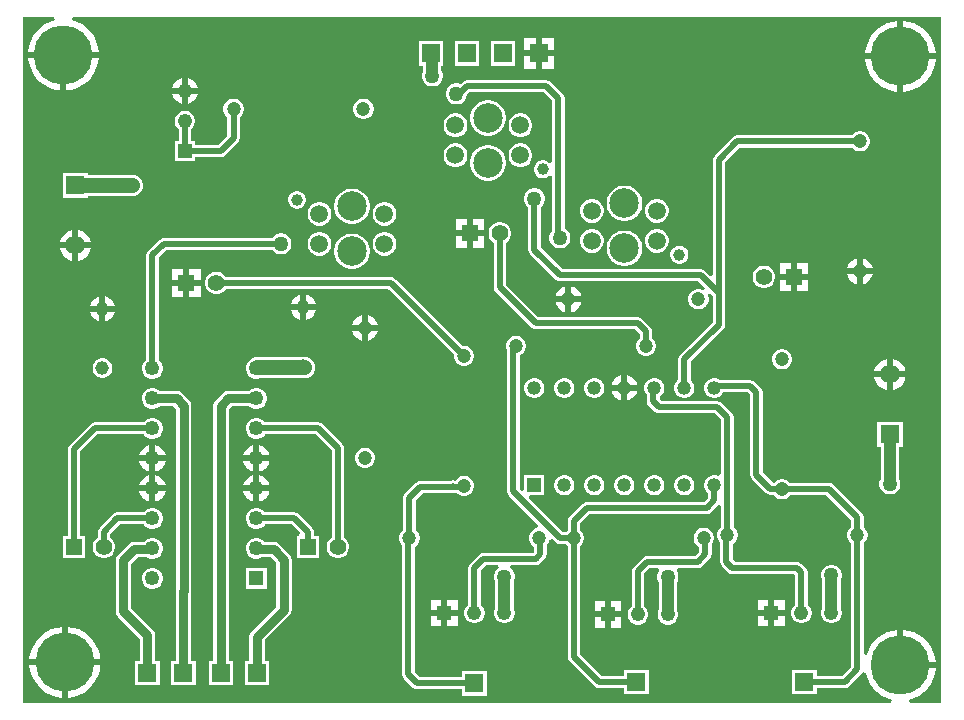
<source format=gbl>
%TF.GenerationSoftware,Altium Limited,Altium Designer,24.7.2 (38)*%
G04 Layer_Physical_Order=2*
G04 Layer_Color=16711680*
%FSLAX45Y45*%
%MOMM*%
%TF.SameCoordinates,CC96ED50-5278-442E-815C-D6E1CD6F0417*%
%TF.FilePolarity,Positive*%
%TF.FileFunction,Copper,L2,Bot,Signal*%
%TF.Part,Single*%
G01*
G75*
%TA.AperFunction,Conductor*%
%ADD10C,1.01600*%
%ADD11C,0.50800*%
%ADD12C,0.25400*%
%ADD13C,1.27000*%
%ADD14C,0.76200*%
%TA.AperFunction,ComponentPad*%
%ADD15C,1.65000*%
%ADD16R,1.65000X1.65000*%
%ADD17C,1.20000*%
%ADD18C,1.25000*%
%ADD19C,1.15000*%
%ADD20C,1.21800*%
%ADD21R,1.21800X1.21800*%
%ADD22R,1.56000X1.56000*%
%ADD23R,1.56000X1.56000*%
%ADD24R,1.39800X1.39800*%
%ADD25C,1.39800*%
%ADD26C,1.50000*%
%ADD27C,1.00000*%
%ADD28C,2.50000*%
%ADD29C,1.40000*%
%ADD30R,1.40000X1.40000*%
%ADD31R,1.25000X1.25000*%
%ADD32C,1.18000*%
%ADD33R,1.18000X1.18000*%
%ADD34R,1.21800X1.21800*%
%TA.AperFunction,ViaPad*%
%ADD35C,5.00000*%
%ADD36C,1.27000*%
G36*
X7772400Y0D02*
X7507941D01*
X7503918Y25400D01*
X7544967Y38738D01*
X7587153Y60233D01*
X7625458Y88063D01*
X7658937Y121542D01*
X7686767Y159847D01*
X7708262Y202033D01*
X7722893Y247062D01*
X7730026Y292100D01*
X7429500D01*
Y317500D01*
X7404100D01*
Y618026D01*
X7359062Y610893D01*
X7314033Y596262D01*
X7271847Y574767D01*
X7233542Y546937D01*
X7200063Y513458D01*
X7172233Y475153D01*
X7150738Y432967D01*
X7142297Y406988D01*
X7116897Y411011D01*
Y1353693D01*
X7117538Y1354063D01*
X7133438Y1369963D01*
X7144681Y1389437D01*
X7150501Y1411157D01*
Y1433643D01*
X7144681Y1455363D01*
X7133438Y1474837D01*
X7117538Y1490737D01*
X7116897Y1491107D01*
Y1570897D01*
X7116897Y1570899D01*
X7112954Y1590720D01*
X7101726Y1607523D01*
X6860423Y1848827D01*
X6843619Y1860055D01*
X6823798Y1863997D01*
X6491279D01*
X6478637Y1876639D01*
X6459163Y1887882D01*
X6437443Y1893702D01*
X6414957D01*
X6393237Y1887882D01*
X6373763Y1876639D01*
X6361121Y1863997D01*
X6349952D01*
X6262095Y1951854D01*
Y2628900D01*
X6258153Y2648721D01*
X6246925Y2665525D01*
X6196125Y2716325D01*
X6179321Y2727553D01*
X6159500Y2731495D01*
X5909564D01*
X5906523Y2734537D01*
X5887277Y2745648D01*
X5865811Y2751400D01*
X5843589D01*
X5822123Y2745648D01*
X5802877Y2734537D01*
X5787163Y2718823D01*
X5776052Y2699577D01*
X5770300Y2678111D01*
Y2655889D01*
X5776052Y2634423D01*
X5787163Y2615177D01*
X5802877Y2599463D01*
X5822123Y2588352D01*
X5843589Y2582600D01*
X5865811D01*
X5887277Y2588352D01*
X5906523Y2599463D01*
X5922237Y2615177D01*
X5929585Y2627905D01*
X6138046D01*
X6158505Y2607446D01*
Y1930400D01*
X6162447Y1910579D01*
X6173675Y1893775D01*
X6291873Y1775577D01*
X6308677Y1764350D01*
X6328498Y1760407D01*
X6328499Y1760407D01*
X6355241D01*
X6357863Y1755865D01*
X6373763Y1739965D01*
X6393237Y1728722D01*
X6414957Y1722902D01*
X6437443D01*
X6459163Y1728722D01*
X6478637Y1739965D01*
X6494537Y1755865D01*
X6497159Y1760407D01*
X6802344D01*
X7013306Y1549444D01*
Y1491107D01*
X7012665Y1490737D01*
X6996765Y1474837D01*
X6985521Y1455363D01*
X6979702Y1433643D01*
Y1411157D01*
X6985521Y1389437D01*
X6996765Y1369963D01*
X7012665Y1354063D01*
X7013306Y1353693D01*
Y304756D01*
X6938146Y229595D01*
X6720100D01*
Y281200D01*
X6513300D01*
Y74400D01*
X6720100D01*
Y126005D01*
X6959600D01*
X6979421Y129947D01*
X6996225Y141175D01*
X7101726Y246677D01*
X7108779Y257232D01*
X7135002Y254037D01*
X7136107Y247062D01*
X7150738Y202033D01*
X7172233Y159847D01*
X7200063Y121542D01*
X7233542Y88063D01*
X7271847Y60233D01*
X7314033Y38738D01*
X7355082Y25400D01*
X7351059Y0D01*
X0D01*
Y5803900D01*
X264459D01*
X268482Y5778500D01*
X227433Y5765162D01*
X185247Y5743667D01*
X146942Y5715837D01*
X113463Y5682358D01*
X85633Y5644053D01*
X64138Y5601867D01*
X49507Y5556838D01*
X42374Y5511800D01*
X643426D01*
X636293Y5556838D01*
X621662Y5601867D01*
X600167Y5644053D01*
X572337Y5682358D01*
X538858Y5715837D01*
X500553Y5743667D01*
X458367Y5765162D01*
X417318Y5778500D01*
X421341Y5803900D01*
X7772400D01*
Y0D01*
D02*
G37*
%LPC*%
G36*
X4497600Y5627900D02*
X4394200D01*
Y5524500D01*
X4497600D01*
Y5627900D01*
D02*
G37*
G36*
X4343400D02*
X4240000D01*
Y5524500D01*
X4343400D01*
Y5627900D01*
D02*
G37*
G36*
X7454900Y5774226D02*
Y5499100D01*
X7730026D01*
X7722893Y5544138D01*
X7708262Y5589167D01*
X7686767Y5631353D01*
X7658937Y5669658D01*
X7625458Y5703137D01*
X7587153Y5730967D01*
X7544967Y5752462D01*
X7499938Y5767093D01*
X7454900Y5774226D01*
D02*
G37*
G36*
X7404100D02*
X7359062Y5767093D01*
X7314033Y5752462D01*
X7271847Y5730967D01*
X7233542Y5703137D01*
X7200063Y5669658D01*
X7172233Y5631353D01*
X7150738Y5589167D01*
X7136107Y5544138D01*
X7128974Y5499100D01*
X7404100D01*
Y5774226D01*
D02*
G37*
G36*
X4167400Y5602500D02*
X3960600D01*
Y5395700D01*
X4167400D01*
Y5602500D01*
D02*
G37*
G36*
X3862600D02*
X3655800D01*
Y5395700D01*
X3862600D01*
Y5602500D01*
D02*
G37*
G36*
X4497600Y5473700D02*
X4394200D01*
Y5370300D01*
X4497600D01*
Y5473700D01*
D02*
G37*
G36*
X4343400D02*
X4240000D01*
Y5370300D01*
X4343400D01*
Y5473700D01*
D02*
G37*
G36*
X4432300Y5271495D02*
X3759200D01*
X3739379Y5267553D01*
X3722575Y5256325D01*
X3722575Y5256324D01*
X3705044Y5238793D01*
X3704614Y5239042D01*
X3682004Y5245100D01*
X3658596D01*
X3635986Y5239042D01*
X3615714Y5227338D01*
X3599162Y5210786D01*
X3587458Y5190514D01*
X3581400Y5167904D01*
Y5144496D01*
X3587458Y5121886D01*
X3599162Y5101614D01*
X3615714Y5085062D01*
X3635986Y5073358D01*
X3658596Y5067300D01*
X3682004D01*
X3704614Y5073358D01*
X3724886Y5085062D01*
X3741438Y5101614D01*
X3753142Y5121886D01*
X3759200Y5144496D01*
Y5146451D01*
X3780654Y5167905D01*
X4410846D01*
X4482105Y5096646D01*
Y4578209D01*
X4480148Y4576783D01*
X4456705Y4569431D01*
X4448299Y4577837D01*
X4431105Y4587763D01*
X4411929Y4592902D01*
X4392076D01*
X4372899Y4587763D01*
X4355706Y4577837D01*
X4341667Y4563798D01*
X4331740Y4546605D01*
X4326602Y4527428D01*
Y4507575D01*
X4331740Y4488398D01*
X4341667Y4471205D01*
X4355706Y4457167D01*
X4372899Y4447240D01*
X4392076Y4442102D01*
X4411929D01*
X4431105Y4447240D01*
X4448299Y4457167D01*
X4456705Y4465573D01*
X4480148Y4458221D01*
X4482105Y4456794D01*
Y3998228D01*
X4475462Y3991586D01*
X4463758Y3971314D01*
X4457700Y3948704D01*
Y3925296D01*
X4463758Y3902686D01*
X4475462Y3882414D01*
X4492014Y3865862D01*
X4512286Y3854158D01*
X4534896Y3848100D01*
X4558304D01*
X4580914Y3854158D01*
X4601186Y3865862D01*
X4617738Y3882414D01*
X4629442Y3902686D01*
X4635500Y3925296D01*
Y3948704D01*
X4629442Y3971314D01*
X4617738Y3991586D01*
X4601186Y4008138D01*
X4585695Y4017081D01*
Y5118100D01*
X4581753Y5137921D01*
X4570525Y5154725D01*
X4468925Y5256325D01*
X4452121Y5267553D01*
X4432300Y5271495D01*
D02*
G37*
G36*
X3557800Y5602500D02*
X3351000D01*
Y5395700D01*
X3385383D01*
Y5344861D01*
X3384258Y5342914D01*
X3378200Y5320304D01*
Y5296896D01*
X3384258Y5274286D01*
X3395962Y5254014D01*
X3412514Y5237462D01*
X3432786Y5225758D01*
X3455396Y5219700D01*
X3478804D01*
X3501414Y5225758D01*
X3521686Y5237462D01*
X3538238Y5254014D01*
X3549942Y5274286D01*
X3556000Y5296896D01*
Y5320304D01*
X3549942Y5342914D01*
X3539098Y5361696D01*
Y5395700D01*
X3557800D01*
Y5602500D01*
D02*
G37*
G36*
X1397000Y5290434D02*
Y5207000D01*
X1480434D01*
X1475688Y5224715D01*
X1460982Y5250186D01*
X1440186Y5270982D01*
X1414715Y5285688D01*
X1397000Y5290434D01*
D02*
G37*
G36*
X1346200D02*
X1328485Y5285688D01*
X1303014Y5270982D01*
X1282218Y5250186D01*
X1267512Y5224715D01*
X1262766Y5207000D01*
X1346200D01*
Y5290434D01*
D02*
G37*
G36*
X643426Y5461000D02*
X368300D01*
Y5185874D01*
X413338Y5193007D01*
X458367Y5207638D01*
X500553Y5229133D01*
X538858Y5256963D01*
X572337Y5290442D01*
X600167Y5328747D01*
X621662Y5370933D01*
X636293Y5415962D01*
X643426Y5461000D01*
D02*
G37*
G36*
X317500D02*
X42374D01*
X49507Y5415962D01*
X64138Y5370933D01*
X85633Y5328747D01*
X113463Y5290442D01*
X146942Y5256963D01*
X185247Y5229133D01*
X227433Y5207638D01*
X272462Y5193007D01*
X317500Y5185874D01*
Y5461000D01*
D02*
G37*
G36*
X7730026Y5448300D02*
X7454900D01*
Y5173174D01*
X7499938Y5180307D01*
X7544967Y5194938D01*
X7587153Y5216433D01*
X7625458Y5244263D01*
X7658937Y5277742D01*
X7686767Y5316047D01*
X7708262Y5358233D01*
X7722893Y5403262D01*
X7730026Y5448300D01*
D02*
G37*
G36*
X7404100D02*
X7128974D01*
X7136107Y5403262D01*
X7150738Y5358233D01*
X7172233Y5316047D01*
X7200063Y5277742D01*
X7233542Y5244263D01*
X7271847Y5216433D01*
X7314033Y5194938D01*
X7359062Y5180307D01*
X7404100Y5173174D01*
Y5448300D01*
D02*
G37*
G36*
X1480434Y5156200D02*
X1397000D01*
Y5072766D01*
X1414715Y5077512D01*
X1440186Y5092218D01*
X1460982Y5113014D01*
X1475688Y5138485D01*
X1480434Y5156200D01*
D02*
G37*
G36*
X1346200D02*
X1262766D01*
X1267512Y5138485D01*
X1282218Y5113014D01*
X1303014Y5092218D01*
X1328485Y5077512D01*
X1346200Y5072766D01*
Y5156200D01*
D02*
G37*
G36*
X2894143Y5114600D02*
X2871657D01*
X2849937Y5108780D01*
X2830463Y5097537D01*
X2814563Y5081637D01*
X2803320Y5062163D01*
X2797500Y5040443D01*
Y5017957D01*
X2803320Y4996237D01*
X2814563Y4976763D01*
X2830463Y4960863D01*
X2849937Y4949620D01*
X2871657Y4943800D01*
X2894143D01*
X2915863Y4949620D01*
X2935337Y4960863D01*
X2951237Y4976763D01*
X2962480Y4996237D01*
X2968300Y5017957D01*
Y5040443D01*
X2962480Y5062163D01*
X2951237Y5081637D01*
X2935337Y5097537D01*
X2915863Y5108780D01*
X2894143Y5114600D01*
D02*
G37*
G36*
X3951812Y5102902D02*
X3922186D01*
X3893129Y5097122D01*
X3865758Y5085785D01*
X3841125Y5069325D01*
X3820176Y5048376D01*
X3803717Y5023743D01*
X3792379Y4996372D01*
X3786599Y4967315D01*
Y4937689D01*
X3792379Y4908632D01*
X3803717Y4881261D01*
X3820176Y4856628D01*
X3841125Y4835679D01*
X3865758Y4819219D01*
X3893129Y4807882D01*
X3922186Y4802102D01*
X3951812D01*
X3980869Y4807882D01*
X4008240Y4819219D01*
X4032874Y4835679D01*
X4053822Y4856628D01*
X4070282Y4881261D01*
X4081619Y4908632D01*
X4087399Y4937689D01*
Y4967315D01*
X4081619Y4996372D01*
X4070282Y5023743D01*
X4053822Y5048376D01*
X4032874Y5069325D01*
X4008240Y5085785D01*
X3980869Y5097122D01*
X3951812Y5102902D01*
D02*
G37*
G36*
X4225218Y4989900D02*
X4198782D01*
X4173247Y4983058D01*
X4150353Y4969840D01*
X4131660Y4951147D01*
X4118442Y4928253D01*
X4111600Y4902718D01*
Y4876282D01*
X4118442Y4850747D01*
X4131660Y4827853D01*
X4150353Y4809160D01*
X4173247Y4795942D01*
X4198782Y4789100D01*
X4225218D01*
X4250753Y4795942D01*
X4273647Y4809160D01*
X4292340Y4827853D01*
X4305558Y4850747D01*
X4312400Y4876282D01*
Y4902718D01*
X4305558Y4928253D01*
X4292340Y4951147D01*
X4273647Y4969840D01*
X4250753Y4983058D01*
X4225218Y4989900D01*
D02*
G37*
G36*
X3675216D02*
X3648781D01*
X3623245Y4983058D01*
X3600351Y4969840D01*
X3581659Y4951147D01*
X3568441Y4928253D01*
X3561599Y4902718D01*
Y4876282D01*
X3568441Y4850747D01*
X3581659Y4827853D01*
X3600351Y4809160D01*
X3623245Y4795942D01*
X3648781Y4789100D01*
X3675216D01*
X3700752Y4795942D01*
X3723646Y4809160D01*
X3742338Y4827853D01*
X3755556Y4850747D01*
X3762398Y4876282D01*
Y4902718D01*
X3755556Y4928253D01*
X3742338Y4951147D01*
X3723646Y4969840D01*
X3700752Y4983058D01*
X3675216Y4989900D01*
D02*
G37*
G36*
X1794140Y5114600D02*
X1771654D01*
X1749934Y5108780D01*
X1730460Y5097537D01*
X1714560Y5081637D01*
X1703317Y5062163D01*
X1697497Y5040443D01*
Y5017957D01*
X1703317Y4996237D01*
X1714560Y4976763D01*
X1730460Y4960863D01*
X1731102Y4960493D01*
Y4801551D01*
X1654946Y4725395D01*
X1457900D01*
Y4759900D01*
X1423395D01*
Y4857853D01*
X1424589Y4858543D01*
X1440657Y4874611D01*
X1452019Y4894289D01*
X1457900Y4916238D01*
Y4938962D01*
X1452019Y4960911D01*
X1440657Y4980589D01*
X1424589Y4996657D01*
X1404911Y5008019D01*
X1382962Y5013900D01*
X1360238D01*
X1338289Y5008019D01*
X1318611Y4996657D01*
X1302543Y4980589D01*
X1291181Y4960911D01*
X1285300Y4938962D01*
Y4916238D01*
X1291181Y4894289D01*
X1302543Y4874611D01*
X1318611Y4858543D01*
X1319805Y4857853D01*
Y4759900D01*
X1285300D01*
Y4587300D01*
X1457900D01*
Y4621805D01*
X1676400D01*
X1696221Y4625747D01*
X1713025Y4636975D01*
X1819521Y4743472D01*
X1819522Y4743472D01*
X1830750Y4760276D01*
X1834692Y4780097D01*
Y4960493D01*
X1835334Y4960863D01*
X1851234Y4976763D01*
X1862477Y4996237D01*
X1868297Y5017957D01*
Y5040443D01*
X1862477Y5062163D01*
X1851234Y5081637D01*
X1835334Y5097537D01*
X1815860Y5108780D01*
X1794140Y5114600D01*
D02*
G37*
G36*
X7097843Y4839100D02*
X7075357D01*
X7053637Y4833280D01*
X7034163Y4822037D01*
X7018263Y4806137D01*
X7017893Y4805495D01*
X6049100D01*
X6029279Y4801552D01*
X6012475Y4790325D01*
X5856175Y4634025D01*
X5844947Y4617221D01*
X5841005Y4597400D01*
Y3625332D01*
X5817538Y3615611D01*
X5777025Y3656125D01*
X5760221Y3667353D01*
X5740400Y3671295D01*
X4568054D01*
X4382495Y3856854D01*
Y4194451D01*
X4385286Y4196062D01*
X4401838Y4212614D01*
X4413542Y4232886D01*
X4419600Y4255496D01*
Y4278904D01*
X4413542Y4301514D01*
X4401838Y4321786D01*
X4385286Y4338338D01*
X4365014Y4350042D01*
X4342404Y4356100D01*
X4318996D01*
X4296386Y4350042D01*
X4276114Y4338338D01*
X4259562Y4321786D01*
X4247858Y4301514D01*
X4241800Y4278904D01*
Y4255496D01*
X4247858Y4232886D01*
X4259562Y4212614D01*
X4276114Y4196062D01*
X4278905Y4194451D01*
Y3835400D01*
X4282847Y3815579D01*
X4294075Y3798775D01*
X4509975Y3582876D01*
X4509975Y3582875D01*
X4526779Y3571647D01*
X4546600Y3567705D01*
X4546601Y3567705D01*
X5718946D01*
X5774525Y3512126D01*
X5758929Y3491800D01*
X5751863Y3495880D01*
X5730143Y3501700D01*
X5707657D01*
X5685937Y3495880D01*
X5666463Y3484637D01*
X5650563Y3468737D01*
X5639320Y3449263D01*
X5633500Y3427543D01*
Y3405057D01*
X5639320Y3383337D01*
X5650563Y3363863D01*
X5666463Y3347963D01*
X5685937Y3336720D01*
X5707657Y3330900D01*
X5730143D01*
X5751863Y3336720D01*
X5771337Y3347963D01*
X5787237Y3363863D01*
X5798480Y3383337D01*
X5804300Y3405057D01*
Y3427543D01*
X5798480Y3449263D01*
X5794400Y3456329D01*
X5814725Y3471925D01*
X5841005Y3445646D01*
Y3416300D01*
Y3221854D01*
X5564075Y2944925D01*
X5552847Y2928121D01*
X5548905Y2908300D01*
Y2738540D01*
X5540898Y2726558D01*
X5533163Y2718823D01*
X5522052Y2699577D01*
X5516300Y2678111D01*
Y2655889D01*
X5522052Y2634423D01*
X5533163Y2615177D01*
X5548877Y2599463D01*
X5568123Y2588352D01*
X5589589Y2582600D01*
X5611811D01*
X5633277Y2588352D01*
X5652523Y2599463D01*
X5668237Y2615177D01*
X5679348Y2634423D01*
X5685100Y2655889D01*
Y2678111D01*
X5679348Y2699577D01*
X5668237Y2718823D01*
X5652523Y2734537D01*
X5652495Y2734552D01*
Y2886846D01*
X5929425Y3163775D01*
X5940653Y3180579D01*
X5944595Y3200400D01*
X5944595Y3200401D01*
Y3416300D01*
Y3467100D01*
Y4575946D01*
X6070554Y4701905D01*
X7017893D01*
X7018263Y4701263D01*
X7034163Y4685363D01*
X7053637Y4674120D01*
X7075357Y4668300D01*
X7097843D01*
X7119563Y4674120D01*
X7139037Y4685363D01*
X7154937Y4701263D01*
X7166180Y4720737D01*
X7172000Y4742457D01*
Y4764943D01*
X7166180Y4786663D01*
X7154937Y4806137D01*
X7139037Y4822037D01*
X7119563Y4833280D01*
X7097843Y4839100D01*
D02*
G37*
G36*
X4225218Y4735900D02*
X4198782D01*
X4173247Y4729058D01*
X4150353Y4715840D01*
X4131660Y4697147D01*
X4118442Y4674253D01*
X4111600Y4648718D01*
Y4622282D01*
X4118442Y4596747D01*
X4131660Y4573853D01*
X4150353Y4555160D01*
X4173247Y4541942D01*
X4198782Y4535100D01*
X4225218D01*
X4250753Y4541942D01*
X4273647Y4555160D01*
X4292340Y4573853D01*
X4305558Y4596747D01*
X4312400Y4622282D01*
Y4648718D01*
X4305558Y4674253D01*
X4292340Y4697147D01*
X4273647Y4715840D01*
X4250753Y4729058D01*
X4225218Y4735900D01*
D02*
G37*
G36*
X3675216D02*
X3648781D01*
X3623245Y4729058D01*
X3600351Y4715840D01*
X3581659Y4697147D01*
X3568441Y4674253D01*
X3561599Y4648718D01*
Y4622282D01*
X3568441Y4596747D01*
X3581659Y4573853D01*
X3600351Y4555160D01*
X3623245Y4541942D01*
X3648781Y4535100D01*
X3675216D01*
X3700752Y4541942D01*
X3723646Y4555160D01*
X3742338Y4573853D01*
X3755556Y4596747D01*
X3762398Y4622282D01*
Y4648718D01*
X3755556Y4674253D01*
X3742338Y4697147D01*
X3723646Y4715840D01*
X3700752Y4729058D01*
X3675216Y4735900D01*
D02*
G37*
G36*
X3951812Y4722898D02*
X3922186D01*
X3893129Y4717118D01*
X3865758Y4705781D01*
X3841125Y4689321D01*
X3820176Y4668372D01*
X3803717Y4643739D01*
X3792379Y4616368D01*
X3786599Y4587311D01*
Y4557685D01*
X3792379Y4528628D01*
X3803717Y4501257D01*
X3820176Y4476624D01*
X3841125Y4455675D01*
X3865758Y4439215D01*
X3893129Y4427878D01*
X3922186Y4422098D01*
X3951812D01*
X3980869Y4427878D01*
X4008240Y4439215D01*
X4032874Y4455675D01*
X4053822Y4476624D01*
X4070282Y4501257D01*
X4081619Y4528628D01*
X4087399Y4557685D01*
Y4587311D01*
X4081619Y4616368D01*
X4070282Y4643739D01*
X4053822Y4668372D01*
X4032874Y4689321D01*
X4008240Y4705781D01*
X3980869Y4717118D01*
X3951812Y4722898D01*
D02*
G37*
G36*
X552400Y4489400D02*
X336600D01*
Y4273600D01*
X552400D01*
Y4291833D01*
X927100D01*
X932927Y4292600D01*
X938804D01*
X944481Y4294121D01*
X950307Y4294888D01*
X955737Y4297137D01*
X961414Y4298658D01*
X966505Y4301597D01*
X971934Y4303846D01*
X976595Y4307423D01*
X981686Y4310362D01*
X985842Y4314518D01*
X990504Y4318096D01*
X994082Y4322758D01*
X998238Y4326914D01*
X1001177Y4332005D01*
X1004754Y4336666D01*
X1007003Y4342095D01*
X1009942Y4347186D01*
X1011463Y4352863D01*
X1013712Y4358293D01*
X1014479Y4364119D01*
X1016000Y4369796D01*
Y4375673D01*
X1016767Y4381500D01*
X1016000Y4387327D01*
Y4393204D01*
X1014479Y4398881D01*
X1013712Y4404707D01*
X1011463Y4410137D01*
X1009942Y4415814D01*
X1007003Y4420905D01*
X1004754Y4426334D01*
X1001177Y4430995D01*
X998238Y4436086D01*
X994082Y4440242D01*
X990504Y4444904D01*
X985842Y4448482D01*
X981686Y4452638D01*
X976595Y4455577D01*
X971934Y4459154D01*
X966505Y4461403D01*
X961414Y4464342D01*
X955737Y4465863D01*
X950307Y4468112D01*
X944481Y4468879D01*
X938804Y4470400D01*
X932927D01*
X927100Y4471167D01*
X552400D01*
Y4489400D01*
D02*
G37*
G36*
X2330628Y4333598D02*
X2310775D01*
X2291598Y4328460D01*
X2274405Y4318533D01*
X2260366Y4304495D01*
X2250440Y4287302D01*
X2245302Y4268125D01*
Y4248272D01*
X2250440Y4229095D01*
X2260366Y4211902D01*
X2274405Y4197863D01*
X2291598Y4187937D01*
X2310775Y4182798D01*
X2330628D01*
X2349805Y4187937D01*
X2366998Y4197863D01*
X2381037Y4211902D01*
X2390963Y4229095D01*
X2396101Y4248272D01*
Y4268125D01*
X2390963Y4287302D01*
X2381037Y4304495D01*
X2366998Y4318533D01*
X2349805Y4328460D01*
X2330628Y4333598D01*
D02*
G37*
G36*
X5107514Y4379002D02*
X5077888D01*
X5048831Y4373222D01*
X5021460Y4361885D01*
X4996826Y4345425D01*
X4975878Y4324476D01*
X4959418Y4299843D01*
X4948081Y4272472D01*
X4942301Y4243415D01*
Y4213789D01*
X4948081Y4184732D01*
X4959418Y4157361D01*
X4975878Y4132728D01*
X4996826Y4111779D01*
X5021460Y4095319D01*
X5048831Y4083982D01*
X5077888Y4078202D01*
X5107514D01*
X5136571Y4083982D01*
X5163942Y4095319D01*
X5188575Y4111779D01*
X5209524Y4132728D01*
X5225983Y4157361D01*
X5237321Y4184732D01*
X5243101Y4213789D01*
Y4243415D01*
X5237321Y4272472D01*
X5225983Y4299843D01*
X5209524Y4324476D01*
X5188575Y4345425D01*
X5163942Y4361885D01*
X5136571Y4373222D01*
X5107514Y4379002D01*
D02*
G37*
G36*
X5380919Y4266000D02*
X5354484D01*
X5328948Y4259158D01*
X5306054Y4245940D01*
X5287362Y4227247D01*
X5274144Y4204353D01*
X5267302Y4178818D01*
Y4152382D01*
X5274144Y4126847D01*
X5287362Y4103953D01*
X5306054Y4085260D01*
X5328948Y4072042D01*
X5354484Y4065200D01*
X5380919D01*
X5406455Y4072042D01*
X5429349Y4085260D01*
X5448041Y4103953D01*
X5461259Y4126847D01*
X5468101Y4152382D01*
Y4178818D01*
X5461259Y4204353D01*
X5448041Y4227247D01*
X5429349Y4245940D01*
X5406455Y4259158D01*
X5380919Y4266000D01*
D02*
G37*
G36*
X4830918D02*
X4804482D01*
X4778947Y4259158D01*
X4756053Y4245940D01*
X4737360Y4227247D01*
X4724142Y4204353D01*
X4717300Y4178818D01*
Y4152382D01*
X4724142Y4126847D01*
X4737360Y4103953D01*
X4756053Y4085260D01*
X4778947Y4072042D01*
X4804482Y4065200D01*
X4830918D01*
X4856453Y4072042D01*
X4879347Y4085260D01*
X4898040Y4103953D01*
X4911258Y4126847D01*
X4918100Y4152382D01*
Y4178818D01*
X4911258Y4204353D01*
X4898040Y4227247D01*
X4879347Y4245940D01*
X4856453Y4259158D01*
X4830918Y4266000D01*
D02*
G37*
G36*
X2800512Y4353602D02*
X2770886D01*
X2741829Y4347822D01*
X2714458Y4336485D01*
X2689825Y4320025D01*
X2668876Y4299076D01*
X2652417Y4274443D01*
X2641079Y4247072D01*
X2635299Y4218015D01*
Y4188389D01*
X2641079Y4159332D01*
X2652417Y4131961D01*
X2668876Y4107328D01*
X2689825Y4086379D01*
X2714458Y4069919D01*
X2741829Y4058582D01*
X2770886Y4052802D01*
X2800512D01*
X2829569Y4058582D01*
X2856940Y4069919D01*
X2881574Y4086379D01*
X2902523Y4107328D01*
X2918982Y4131961D01*
X2930320Y4159332D01*
X2936099Y4188389D01*
Y4218015D01*
X2930320Y4247072D01*
X2918982Y4274443D01*
X2902523Y4299076D01*
X2881574Y4320025D01*
X2856940Y4336485D01*
X2829569Y4347822D01*
X2800512Y4353602D01*
D02*
G37*
G36*
X3073918Y4240600D02*
X3047482D01*
X3021947Y4233758D01*
X2999053Y4220540D01*
X2980360Y4201847D01*
X2967142Y4178953D01*
X2960300Y4153418D01*
Y4126982D01*
X2967142Y4101447D01*
X2980360Y4078553D01*
X2999053Y4059860D01*
X3021947Y4046642D01*
X3047482Y4039800D01*
X3073918D01*
X3099453Y4046642D01*
X3122347Y4059860D01*
X3141040Y4078553D01*
X3154258Y4101447D01*
X3161100Y4126982D01*
Y4153418D01*
X3154258Y4178953D01*
X3141040Y4201847D01*
X3122347Y4220540D01*
X3099453Y4233758D01*
X3073918Y4240600D01*
D02*
G37*
G36*
X2523916D02*
X2497481D01*
X2471946Y4233758D01*
X2449051Y4220540D01*
X2430359Y4201847D01*
X2417141Y4178953D01*
X2410299Y4153418D01*
Y4126982D01*
X2417141Y4101447D01*
X2430359Y4078553D01*
X2449051Y4059860D01*
X2471946Y4046642D01*
X2497481Y4039800D01*
X2523916D01*
X2549452Y4046642D01*
X2572346Y4059860D01*
X2591039Y4078553D01*
X2604256Y4101447D01*
X2611098Y4126982D01*
Y4153418D01*
X2604256Y4178953D01*
X2591039Y4201847D01*
X2572346Y4220540D01*
X2549452Y4233758D01*
X2523916Y4240600D01*
D02*
G37*
G36*
X3905400Y4095900D02*
X3810000D01*
Y4000500D01*
X3905400D01*
Y4095900D01*
D02*
G37*
G36*
X3759200D02*
X3663800D01*
Y4000500D01*
X3759200D01*
Y4095900D01*
D02*
G37*
G36*
X469900Y4004696D02*
Y3898900D01*
X575696D01*
X568716Y3924952D01*
X551167Y3955348D01*
X526348Y3980167D01*
X495952Y3997716D01*
X469900Y4004696D01*
D02*
G37*
G36*
X419100D02*
X393048Y3997716D01*
X362652Y3980167D01*
X337833Y3955348D01*
X320284Y3924952D01*
X313304Y3898900D01*
X419100D01*
Y4004696D01*
D02*
G37*
G36*
X3905400Y3949700D02*
X3810000D01*
Y3854300D01*
X3905400D01*
Y3949700D01*
D02*
G37*
G36*
X3759200D02*
X3663800D01*
Y3854300D01*
X3759200D01*
Y3949700D01*
D02*
G37*
G36*
X5380919Y4012000D02*
X5354484D01*
X5328948Y4005158D01*
X5306054Y3991940D01*
X5287362Y3973247D01*
X5274144Y3950353D01*
X5267302Y3924818D01*
Y3898382D01*
X5274144Y3872847D01*
X5287362Y3849953D01*
X5306054Y3831260D01*
X5328948Y3818042D01*
X5354484Y3811200D01*
X5380919D01*
X5406455Y3818042D01*
X5429349Y3831260D01*
X5448041Y3849953D01*
X5461259Y3872847D01*
X5468101Y3898382D01*
Y3924818D01*
X5461259Y3950353D01*
X5448041Y3973247D01*
X5429349Y3991940D01*
X5406455Y4005158D01*
X5380919Y4012000D01*
D02*
G37*
G36*
X4830918D02*
X4804482D01*
X4778947Y4005158D01*
X4756053Y3991940D01*
X4737360Y3973247D01*
X4724142Y3950353D01*
X4717300Y3924818D01*
Y3898382D01*
X4724142Y3872847D01*
X4737360Y3849953D01*
X4756053Y3831260D01*
X4778947Y3818042D01*
X4804482Y3811200D01*
X4830918D01*
X4856453Y3818042D01*
X4879347Y3831260D01*
X4898040Y3849953D01*
X4911258Y3872847D01*
X4918100Y3898382D01*
Y3924818D01*
X4911258Y3950353D01*
X4898040Y3973247D01*
X4879347Y3991940D01*
X4856453Y4005158D01*
X4830918Y4012000D01*
D02*
G37*
G36*
X2196104Y3975100D02*
X2172696D01*
X2150086Y3969042D01*
X2129814Y3957338D01*
X2113262Y3940786D01*
X2111651Y3937995D01*
X1193800D01*
X1173979Y3934053D01*
X1157175Y3922825D01*
X1060077Y3825726D01*
X1048849Y3808923D01*
X1044906Y3789102D01*
Y2903694D01*
X1042730Y2902437D01*
X1026364Y2886072D01*
X1014792Y2866028D01*
X1008802Y2843672D01*
Y2820528D01*
X1014792Y2798172D01*
X1026364Y2778128D01*
X1042730Y2761763D01*
X1062774Y2750190D01*
X1085129Y2744200D01*
X1108274D01*
X1130630Y2750190D01*
X1150674Y2761763D01*
X1167039Y2778128D01*
X1178611Y2798172D01*
X1184602Y2820528D01*
Y2843672D01*
X1178611Y2866028D01*
X1167039Y2886072D01*
X1150674Y2902437D01*
X1148497Y2903694D01*
Y3767647D01*
X1215254Y3834405D01*
X2111651D01*
X2113262Y3831614D01*
X2129814Y3815062D01*
X2150086Y3803358D01*
X2172696Y3797300D01*
X2196104D01*
X2218714Y3803358D01*
X2238986Y3815062D01*
X2255538Y3831614D01*
X2267242Y3851886D01*
X2273300Y3874496D01*
Y3897904D01*
X2267242Y3920514D01*
X2255538Y3940786D01*
X2238986Y3957338D01*
X2218714Y3969042D01*
X2196104Y3975100D01*
D02*
G37*
G36*
X3073918Y3986600D02*
X3047482D01*
X3021947Y3979758D01*
X2999053Y3966540D01*
X2980360Y3947847D01*
X2967142Y3924953D01*
X2960300Y3899418D01*
Y3872982D01*
X2967142Y3847447D01*
X2980360Y3824553D01*
X2999053Y3805860D01*
X3021947Y3792642D01*
X3047482Y3785800D01*
X3073918D01*
X3099453Y3792642D01*
X3122347Y3805860D01*
X3141040Y3824553D01*
X3154258Y3847447D01*
X3161100Y3872982D01*
Y3899418D01*
X3154258Y3924953D01*
X3141040Y3947847D01*
X3122347Y3966540D01*
X3099453Y3979758D01*
X3073918Y3986600D01*
D02*
G37*
G36*
X2523916D02*
X2497481D01*
X2471946Y3979758D01*
X2449051Y3966540D01*
X2430359Y3947847D01*
X2417141Y3924953D01*
X2410299Y3899418D01*
Y3872982D01*
X2417141Y3847447D01*
X2430359Y3824553D01*
X2449051Y3805860D01*
X2471946Y3792642D01*
X2497481Y3785800D01*
X2523916D01*
X2549452Y3792642D01*
X2572346Y3805860D01*
X2591039Y3824553D01*
X2604256Y3847447D01*
X2611098Y3872982D01*
Y3899418D01*
X2604256Y3924953D01*
X2591039Y3947847D01*
X2572346Y3966540D01*
X2549452Y3979758D01*
X2523916Y3986600D01*
D02*
G37*
G36*
X575696Y3848100D02*
X469900D01*
Y3742304D01*
X495952Y3749284D01*
X526348Y3766833D01*
X551167Y3791652D01*
X568716Y3822048D01*
X575696Y3848100D01*
D02*
G37*
G36*
X419100D02*
X313304D01*
X320284Y3822048D01*
X337833Y3791652D01*
X362652Y3766833D01*
X393048Y3749284D01*
X419100Y3742304D01*
Y3848100D01*
D02*
G37*
G36*
X5567625Y3869002D02*
X5547772D01*
X5528595Y3863863D01*
X5511402Y3853937D01*
X5497363Y3839898D01*
X5487437Y3822705D01*
X5482299Y3803528D01*
Y3783675D01*
X5487437Y3764498D01*
X5497363Y3747305D01*
X5511402Y3733267D01*
X5528595Y3723340D01*
X5547772Y3718202D01*
X5567625D01*
X5586802Y3723340D01*
X5603995Y3733267D01*
X5618034Y3747305D01*
X5627960Y3764498D01*
X5633098Y3783675D01*
Y3803528D01*
X5627960Y3822705D01*
X5618034Y3839898D01*
X5603995Y3853937D01*
X5586802Y3863863D01*
X5567625Y3869002D01*
D02*
G37*
G36*
X5107514Y3998998D02*
X5077888D01*
X5048831Y3993218D01*
X5021460Y3981881D01*
X4996826Y3965421D01*
X4975878Y3944472D01*
X4959418Y3919839D01*
X4948081Y3892468D01*
X4942301Y3863411D01*
Y3833785D01*
X4948081Y3804728D01*
X4959418Y3777357D01*
X4975878Y3752724D01*
X4996826Y3731775D01*
X5021460Y3715315D01*
X5048831Y3703978D01*
X5077888Y3698198D01*
X5107514D01*
X5136571Y3703978D01*
X5163942Y3715315D01*
X5188575Y3731775D01*
X5209524Y3752724D01*
X5225983Y3777357D01*
X5237321Y3804728D01*
X5243101Y3833785D01*
Y3863411D01*
X5237321Y3892468D01*
X5225983Y3919839D01*
X5209524Y3944472D01*
X5188575Y3965421D01*
X5163942Y3981881D01*
X5136571Y3993218D01*
X5107514Y3998998D01*
D02*
G37*
G36*
X7112000Y3761605D02*
Y3679102D01*
X7194503D01*
X7189849Y3696469D01*
X7175262Y3721735D01*
X7154633Y3742364D01*
X7129367Y3756951D01*
X7112000Y3761605D01*
D02*
G37*
G36*
X7061200D02*
X7043833Y3756951D01*
X7018567Y3742364D01*
X6997938Y3721735D01*
X6983351Y3696469D01*
X6978697Y3679102D01*
X7061200D01*
Y3761605D01*
D02*
G37*
G36*
X2800512Y3973598D02*
X2770886D01*
X2741829Y3967818D01*
X2714458Y3956481D01*
X2689825Y3940021D01*
X2668876Y3919072D01*
X2652417Y3894439D01*
X2641079Y3867068D01*
X2635299Y3838011D01*
Y3808385D01*
X2641079Y3779328D01*
X2652417Y3751957D01*
X2668876Y3727324D01*
X2689825Y3706375D01*
X2714458Y3689915D01*
X2741829Y3678578D01*
X2770886Y3672798D01*
X2800512D01*
X2829569Y3678578D01*
X2856940Y3689915D01*
X2881574Y3706375D01*
X2902523Y3727324D01*
X2918982Y3751957D01*
X2930320Y3779328D01*
X2936099Y3808385D01*
Y3838011D01*
X2930320Y3867068D01*
X2918982Y3894439D01*
X2902523Y3919072D01*
X2881574Y3940021D01*
X2856940Y3956481D01*
X2829569Y3967818D01*
X2800512Y3973598D01*
D02*
G37*
G36*
X6648600Y3727600D02*
X6553200D01*
Y3632200D01*
X6648600D01*
Y3727600D01*
D02*
G37*
G36*
X6502400D02*
X6407000D01*
Y3632200D01*
X6502400D01*
Y3727600D01*
D02*
G37*
G36*
X1505100Y3676800D02*
X1409700D01*
Y3581400D01*
X1505100D01*
Y3676800D01*
D02*
G37*
G36*
X1358900D02*
X1263500D01*
Y3581400D01*
X1358900D01*
Y3676800D01*
D02*
G37*
G36*
X7194503Y3628302D02*
X7112000D01*
Y3545800D01*
X7129367Y3550453D01*
X7154633Y3565040D01*
X7175262Y3585669D01*
X7189849Y3610935D01*
X7194503Y3628302D01*
D02*
G37*
G36*
X7061200D02*
X6978697D01*
X6983351Y3610935D01*
X6997938Y3585669D01*
X7018567Y3565040D01*
X7043833Y3550453D01*
X7061200Y3545800D01*
Y3628302D01*
D02*
G37*
G36*
X6286360Y3702200D02*
X6261240D01*
X6236977Y3695698D01*
X6215223Y3683139D01*
X6197461Y3665377D01*
X6184902Y3643623D01*
X6178400Y3619360D01*
Y3594240D01*
X6184902Y3569977D01*
X6197461Y3548223D01*
X6215223Y3530461D01*
X6236977Y3517902D01*
X6261240Y3511400D01*
X6286360D01*
X6310623Y3517902D01*
X6332377Y3530461D01*
X6350139Y3548223D01*
X6362698Y3569977D01*
X6369200Y3594240D01*
Y3619360D01*
X6362698Y3643623D01*
X6350139Y3665377D01*
X6332377Y3683139D01*
X6310623Y3695698D01*
X6286360Y3702200D01*
D02*
G37*
G36*
X6648600Y3581400D02*
X6553200D01*
Y3486000D01*
X6648600D01*
Y3581400D01*
D02*
G37*
G36*
X6502400D02*
X6407000D01*
Y3486000D01*
X6502400D01*
Y3581400D01*
D02*
G37*
G36*
X4644302Y3524203D02*
Y3441700D01*
X4726805D01*
X4722151Y3459067D01*
X4707564Y3484333D01*
X4686935Y3504962D01*
X4661669Y3519549D01*
X4644302Y3524203D01*
D02*
G37*
G36*
X4593502D02*
X4576135Y3519549D01*
X4550869Y3504962D01*
X4530240Y3484333D01*
X4515653Y3459067D01*
X4511000Y3441700D01*
X4593502D01*
Y3524203D01*
D02*
G37*
G36*
X1505100Y3530600D02*
X1409700D01*
Y3435200D01*
X1505100D01*
Y3530600D01*
D02*
G37*
G36*
X1358900D02*
X1263500D01*
Y3435200D01*
X1358900D01*
Y3530600D01*
D02*
G37*
G36*
X2400300Y3454115D02*
Y3374200D01*
X2480214D01*
X2475820Y3390602D01*
X2461561Y3415298D01*
X2441398Y3435462D01*
X2416702Y3449720D01*
X2400300Y3454115D01*
D02*
G37*
G36*
X2349500D02*
X2333098Y3449720D01*
X2308402Y3435462D01*
X2288239Y3415298D01*
X2273980Y3390602D01*
X2269586Y3374200D01*
X2349500D01*
Y3454115D01*
D02*
G37*
G36*
X698500Y3441415D02*
Y3361500D01*
X778414D01*
X774020Y3377902D01*
X759761Y3402598D01*
X739598Y3422762D01*
X714902Y3437020D01*
X698500Y3441415D01*
D02*
G37*
G36*
X647700D02*
X631298Y3437020D01*
X606602Y3422762D01*
X586439Y3402598D01*
X572180Y3377902D01*
X567786Y3361500D01*
X647700D01*
Y3441415D01*
D02*
G37*
G36*
X4726805Y3390900D02*
X4644302D01*
Y3308397D01*
X4661669Y3313051D01*
X4686935Y3327638D01*
X4707564Y3348267D01*
X4722151Y3373533D01*
X4726805Y3390900D01*
D02*
G37*
G36*
X4593502D02*
X4511000D01*
X4515653Y3373533D01*
X4530240Y3348267D01*
X4550869Y3327638D01*
X4576135Y3313051D01*
X4593502Y3308397D01*
Y3390900D01*
D02*
G37*
G36*
X2480214Y3323400D02*
X2400300D01*
Y3243486D01*
X2416702Y3247880D01*
X2441398Y3262139D01*
X2461561Y3282302D01*
X2475820Y3306998D01*
X2480214Y3323400D01*
D02*
G37*
G36*
X2349500D02*
X2269586D01*
X2273980Y3306998D01*
X2288239Y3282302D01*
X2308402Y3262139D01*
X2333098Y3247880D01*
X2349500Y3243486D01*
Y3323400D01*
D02*
G37*
G36*
X778414Y3310700D02*
X698500D01*
Y3230786D01*
X714902Y3235180D01*
X739598Y3249439D01*
X759761Y3269602D01*
X774020Y3294298D01*
X778414Y3310700D01*
D02*
G37*
G36*
X647700D02*
X567786D01*
X572180Y3294298D01*
X586439Y3269602D01*
X606602Y3249439D01*
X631298Y3235180D01*
X647700Y3230786D01*
Y3310700D01*
D02*
G37*
G36*
X2921000Y3282903D02*
Y3200400D01*
X3003503D01*
X2998849Y3217767D01*
X2984262Y3243033D01*
X2963633Y3263662D01*
X2938367Y3278249D01*
X2921000Y3282903D01*
D02*
G37*
G36*
X2870200D02*
X2852833Y3278249D01*
X2827567Y3263662D01*
X2806938Y3243033D01*
X2792351Y3217767D01*
X2787697Y3200400D01*
X2870200D01*
Y3282903D01*
D02*
G37*
G36*
X3003503Y3149600D02*
X2921000D01*
Y3067097D01*
X2938367Y3071751D01*
X2963633Y3086338D01*
X2984262Y3106967D01*
X2998849Y3132233D01*
X3003503Y3149600D01*
D02*
G37*
G36*
X2870200D02*
X2787697D01*
X2792351Y3132233D01*
X2806938Y3106967D01*
X2827567Y3086338D01*
X2852833Y3071751D01*
X2870200Y3067097D01*
Y3149600D01*
D02*
G37*
G36*
X4051160Y4070500D02*
X4026040D01*
X4001777Y4063998D01*
X3980023Y4051439D01*
X3962261Y4033677D01*
X3949702Y4011923D01*
X3943200Y3987660D01*
Y3962540D01*
X3949702Y3938277D01*
X3962261Y3916523D01*
X3980023Y3898761D01*
X3986805Y3894846D01*
Y3517900D01*
X3990747Y3498079D01*
X4001975Y3481275D01*
X4306775Y3176475D01*
X4323579Y3165247D01*
X4343400Y3161305D01*
X5185546D01*
X5222605Y3124246D01*
Y3091307D01*
X5221963Y3090937D01*
X5206063Y3075037D01*
X5194820Y3055563D01*
X5189000Y3033843D01*
Y3011357D01*
X5194820Y2989637D01*
X5206063Y2970163D01*
X5221963Y2954263D01*
X5241437Y2943020D01*
X5263157Y2937200D01*
X5285643D01*
X5307363Y2943020D01*
X5326837Y2954263D01*
X5342737Y2970163D01*
X5353980Y2989637D01*
X5359800Y3011357D01*
Y3033843D01*
X5353980Y3055563D01*
X5342737Y3075037D01*
X5326837Y3090937D01*
X5326195Y3091307D01*
Y3145700D01*
X5322252Y3165521D01*
X5311025Y3182325D01*
X5243625Y3249725D01*
X5226821Y3260953D01*
X5207000Y3264895D01*
X4364854D01*
X4090395Y3539354D01*
Y3894846D01*
X4097177Y3898761D01*
X4114939Y3916523D01*
X4127498Y3938277D01*
X4134000Y3962540D01*
Y3987660D01*
X4127498Y4011923D01*
X4114939Y4033677D01*
X4097177Y4051439D01*
X4075423Y4063998D01*
X4051160Y4070500D01*
D02*
G37*
G36*
X1650860Y3651400D02*
X1625740D01*
X1601477Y3644898D01*
X1579723Y3632339D01*
X1561961Y3614577D01*
X1549402Y3592823D01*
X1542900Y3568560D01*
Y3543440D01*
X1549402Y3519177D01*
X1561961Y3497423D01*
X1579723Y3479661D01*
X1601477Y3467102D01*
X1625740Y3460600D01*
X1650860D01*
X1675123Y3467102D01*
X1696877Y3479661D01*
X1714639Y3497423D01*
X1718554Y3504205D01*
X3093947D01*
X3648592Y2949560D01*
X3648400Y2948844D01*
Y2926358D01*
X3654220Y2904638D01*
X3665463Y2885165D01*
X3681363Y2869265D01*
X3700837Y2858021D01*
X3722557Y2852202D01*
X3745043D01*
X3766763Y2858021D01*
X3786237Y2869265D01*
X3802137Y2885165D01*
X3813380Y2904638D01*
X3819200Y2926358D01*
Y2948844D01*
X3813380Y2970565D01*
X3802137Y2990038D01*
X3786237Y3005938D01*
X3766763Y3017181D01*
X3745043Y3023001D01*
X3722557D01*
X3721841Y3022810D01*
X3152026Y3592625D01*
X3135223Y3603853D01*
X3115401Y3607795D01*
X1718554D01*
X1714639Y3614577D01*
X1696877Y3632339D01*
X1675123Y3644898D01*
X1650860Y3651400D01*
D02*
G37*
G36*
X6437443Y2993700D02*
X6414957D01*
X6393237Y2987880D01*
X6373763Y2976637D01*
X6357863Y2960737D01*
X6346620Y2941263D01*
X6340800Y2919543D01*
Y2897057D01*
X6346620Y2875337D01*
X6357863Y2855863D01*
X6373763Y2839963D01*
X6393237Y2828720D01*
X6414957Y2822900D01*
X6437443D01*
X6459163Y2828720D01*
X6478637Y2839963D01*
X6494537Y2855863D01*
X6505780Y2875337D01*
X6511600Y2897057D01*
Y2919543D01*
X6505780Y2941263D01*
X6494537Y2960737D01*
X6478637Y2976637D01*
X6459163Y2987880D01*
X6437443Y2993700D01*
D02*
G37*
G36*
X7366000Y2912496D02*
Y2806700D01*
X7471796D01*
X7464816Y2832752D01*
X7447267Y2863148D01*
X7422448Y2887967D01*
X7392052Y2905516D01*
X7366000Y2912496D01*
D02*
G37*
G36*
X7315200D02*
X7289148Y2905516D01*
X7258752Y2887967D01*
X7233933Y2863148D01*
X7216384Y2832752D01*
X7209404Y2806700D01*
X7315200D01*
Y2912496D01*
D02*
G37*
G36*
X684014Y2919000D02*
X662186D01*
X641102Y2913351D01*
X622198Y2902436D01*
X606764Y2887002D01*
X595849Y2868098D01*
X590200Y2847014D01*
Y2825186D01*
X595849Y2804102D01*
X606764Y2785198D01*
X622198Y2769764D01*
X641102Y2758849D01*
X662186Y2753200D01*
X684014D01*
X705098Y2758849D01*
X724002Y2769764D01*
X739436Y2785198D01*
X750351Y2804102D01*
X756000Y2825186D01*
Y2847014D01*
X750351Y2868098D01*
X739436Y2887002D01*
X724002Y2902436D01*
X705098Y2913351D01*
X684014Y2919000D01*
D02*
G37*
G36*
X2385814Y2931700D02*
X2363986D01*
X2358079Y2930117D01*
X1985050D01*
X1961842Y2927062D01*
X1940216Y2918104D01*
X1921646Y2903854D01*
X1913404Y2893114D01*
X1906362Y2886072D01*
X1894790Y2866028D01*
X1888800Y2843672D01*
Y2820528D01*
X1894790Y2798172D01*
X1906362Y2778128D01*
X1922728Y2761763D01*
X1942772Y2750190D01*
X1965128Y2744200D01*
X1988272D01*
X2010628Y2750190D01*
X2011654Y2750783D01*
X2383250D01*
X2406457Y2753838D01*
X2428084Y2762796D01*
X2446654Y2777046D01*
X2460904Y2795616D01*
X2469862Y2817243D01*
X2472917Y2840450D01*
X2469862Y2863657D01*
X2460904Y2885284D01*
X2446654Y2903854D01*
X2428084Y2918104D01*
X2406457Y2927062D01*
X2399905Y2927924D01*
X2385814Y2931700D01*
D02*
G37*
G36*
X5118100Y2773867D02*
Y2692400D01*
X5199567D01*
X5195017Y2709381D01*
X5180562Y2734419D01*
X5160119Y2754862D01*
X5135081Y2769317D01*
X5118100Y2773867D01*
D02*
G37*
G36*
X5067300D02*
X5050319Y2769317D01*
X5025281Y2754862D01*
X5004838Y2734419D01*
X4990383Y2709381D01*
X4985833Y2692400D01*
X5067300D01*
Y2773867D01*
D02*
G37*
G36*
X7471796Y2755900D02*
X7366000D01*
Y2650104D01*
X7392052Y2657084D01*
X7422448Y2674633D01*
X7447267Y2699452D01*
X7464816Y2729848D01*
X7471796Y2755900D01*
D02*
G37*
G36*
X7315200D02*
X7209404D01*
X7216384Y2729848D01*
X7233933Y2699452D01*
X7258752Y2674633D01*
X7289148Y2657084D01*
X7315200Y2650104D01*
Y2755900D01*
D02*
G37*
G36*
X4849811Y2751400D02*
X4827589D01*
X4806123Y2745648D01*
X4786877Y2734537D01*
X4771163Y2718823D01*
X4760052Y2699577D01*
X4754300Y2678111D01*
Y2655889D01*
X4760052Y2634423D01*
X4771163Y2615177D01*
X4786877Y2599463D01*
X4806123Y2588352D01*
X4827589Y2582600D01*
X4849811D01*
X4871277Y2588352D01*
X4890523Y2599463D01*
X4906237Y2615177D01*
X4917348Y2634423D01*
X4923100Y2655889D01*
Y2678111D01*
X4917348Y2699577D01*
X4906237Y2718823D01*
X4890523Y2734537D01*
X4871277Y2745648D01*
X4849811Y2751400D01*
D02*
G37*
G36*
X4595811D02*
X4573589D01*
X4552123Y2745648D01*
X4532877Y2734537D01*
X4517163Y2718823D01*
X4506052Y2699577D01*
X4500300Y2678111D01*
Y2655889D01*
X4506052Y2634423D01*
X4517163Y2615177D01*
X4532877Y2599463D01*
X4552123Y2588352D01*
X4573589Y2582600D01*
X4595811D01*
X4617277Y2588352D01*
X4636523Y2599463D01*
X4652237Y2615177D01*
X4663348Y2634423D01*
X4669100Y2655889D01*
Y2678111D01*
X4663348Y2699577D01*
X4652237Y2718823D01*
X4636523Y2734537D01*
X4617277Y2745648D01*
X4595811Y2751400D01*
D02*
G37*
G36*
X4341811D02*
X4319589D01*
X4298123Y2745648D01*
X4278877Y2734537D01*
X4263163Y2718823D01*
X4252052Y2699577D01*
X4246300Y2678111D01*
Y2655889D01*
X4252052Y2634423D01*
X4263163Y2615177D01*
X4278877Y2599463D01*
X4298123Y2588352D01*
X4319589Y2582600D01*
X4341811D01*
X4363277Y2588352D01*
X4382523Y2599463D01*
X4398237Y2615177D01*
X4409348Y2634423D01*
X4415100Y2655889D01*
Y2678111D01*
X4409348Y2699577D01*
X4398237Y2718823D01*
X4382523Y2734537D01*
X4363277Y2745648D01*
X4341811Y2751400D01*
D02*
G37*
G36*
X5199567Y2641600D02*
X5118100D01*
Y2560133D01*
X5135081Y2564683D01*
X5160119Y2579138D01*
X5180562Y2599581D01*
X5195017Y2624619D01*
X5199567Y2641600D01*
D02*
G37*
G36*
X5067300D02*
X4985833D01*
X4990383Y2624619D01*
X5004838Y2599581D01*
X5025281Y2579138D01*
X5050319Y2564683D01*
X5067300Y2560133D01*
Y2641600D01*
D02*
G37*
G36*
X1988272Y2666000D02*
X1965128D01*
X1942772Y2660010D01*
X1922728Y2648437D01*
X1917135Y2642844D01*
X1739900D01*
X1715123Y2637916D01*
X1694119Y2623881D01*
X1630619Y2560381D01*
X1616584Y2539376D01*
X1611656Y2514600D01*
Y357400D01*
X1573000D01*
Y150600D01*
X1779800D01*
Y357400D01*
X1741144D01*
Y2487782D01*
X1766718Y2513356D01*
X1917135D01*
X1922728Y2507763D01*
X1942772Y2496190D01*
X1965128Y2490200D01*
X1988272D01*
X2010628Y2496190D01*
X2030672Y2507763D01*
X2047037Y2524128D01*
X2058610Y2544172D01*
X2064600Y2566528D01*
Y2589672D01*
X2058610Y2612028D01*
X2047037Y2632072D01*
X2030672Y2648437D01*
X2010628Y2660010D01*
X1988272Y2666000D01*
D02*
G37*
G36*
X1108274Y2412000D02*
X1085129D01*
X1062774Y2406010D01*
X1042730Y2394437D01*
X1026364Y2378072D01*
X1025107Y2375895D01*
X609600D01*
X589779Y2371953D01*
X572975Y2360725D01*
X572975Y2360724D01*
X395175Y2182925D01*
X383947Y2166121D01*
X380005Y2146300D01*
Y1416100D01*
X336500D01*
Y1225500D01*
X527100D01*
Y1416100D01*
X483595D01*
Y2124846D01*
X631054Y2272305D01*
X1025107D01*
X1026364Y2270128D01*
X1042730Y2253763D01*
X1062774Y2242190D01*
X1085129Y2236200D01*
X1108274D01*
X1130630Y2242190D01*
X1150674Y2253763D01*
X1167039Y2270128D01*
X1178611Y2290172D01*
X1184602Y2312528D01*
Y2335672D01*
X1178611Y2358028D01*
X1167039Y2378072D01*
X1150674Y2394437D01*
X1130630Y2406010D01*
X1108274Y2412000D01*
D02*
G37*
G36*
X2002100Y2180591D02*
Y2095500D01*
X2087191D01*
X2082279Y2113832D01*
X2067362Y2139668D01*
X2046268Y2160763D01*
X2020432Y2175679D01*
X2002100Y2180591D01*
D02*
G37*
G36*
X1122102D02*
Y2095500D01*
X1207192D01*
X1202280Y2113832D01*
X1187364Y2139668D01*
X1166269Y2160763D01*
X1140434Y2175679D01*
X1122102Y2180591D01*
D02*
G37*
G36*
X1071302D02*
X1052969Y2175679D01*
X1027134Y2160763D01*
X1006039Y2139668D01*
X991123Y2113832D01*
X986211Y2095500D01*
X1071302D01*
Y2180591D01*
D02*
G37*
G36*
X1951300Y2180591D02*
X1932968Y2175679D01*
X1907132Y2160763D01*
X1886037Y2139668D01*
X1871121Y2113832D01*
X1866209Y2095500D01*
X1951300D01*
Y2180591D01*
D02*
G37*
G36*
X2906843Y2160402D02*
X2884357D01*
X2862637Y2154582D01*
X2843163Y2143339D01*
X2827263Y2127439D01*
X2816020Y2107965D01*
X2810200Y2086245D01*
Y2063759D01*
X2816020Y2042039D01*
X2827263Y2022565D01*
X2843163Y2006665D01*
X2862637Y1995422D01*
X2884357Y1989602D01*
X2906843D01*
X2928563Y1995422D01*
X2948037Y2006665D01*
X2963937Y2022565D01*
X2975180Y2042039D01*
X2981000Y2063759D01*
Y2086245D01*
X2975180Y2107965D01*
X2963937Y2127439D01*
X2948037Y2143339D01*
X2928563Y2154582D01*
X2906843Y2160402D01*
D02*
G37*
G36*
X2087191Y2044700D02*
X2002100D01*
Y1959609D01*
X2020432Y1964521D01*
X2046268Y1979437D01*
X2067362Y2000532D01*
X2082279Y2026368D01*
X2087191Y2044700D01*
D02*
G37*
G36*
X1207192D02*
X1122102D01*
Y1959609D01*
X1140434Y1964521D01*
X1166269Y1979437D01*
X1187364Y2000532D01*
X1202280Y2026368D01*
X1207192Y2044700D01*
D02*
G37*
G36*
X1071302D02*
X986211D01*
X991123Y2026368D01*
X1006039Y2000532D01*
X1027134Y1979437D01*
X1052969Y1964521D01*
X1071302Y1959609D01*
Y2044700D01*
D02*
G37*
G36*
X1951300D02*
X1866209D01*
X1871121Y2026368D01*
X1886037Y2000532D01*
X1907132Y1979437D01*
X1932968Y1964521D01*
X1951300Y1959609D01*
Y2044700D01*
D02*
G37*
G36*
X3745043Y1922998D02*
X3722557D01*
X3700837Y1917179D01*
X3681363Y1905935D01*
X3665463Y1890035D01*
X3660477Y1881398D01*
X3644900Y1884497D01*
X3625286Y1880595D01*
X3365500D01*
X3345679Y1876653D01*
X3328875Y1865425D01*
X3236074Y1772623D01*
X3224846Y1755820D01*
X3220903Y1735999D01*
Y1465707D01*
X3220262Y1465337D01*
X3204362Y1449437D01*
X3193119Y1429963D01*
X3187299Y1408243D01*
Y1385757D01*
X3193119Y1364037D01*
X3204362Y1344563D01*
X3212105Y1336820D01*
Y241300D01*
X3216047Y221479D01*
X3227275Y204675D01*
X3303475Y128475D01*
X3320279Y117247D01*
X3340100Y113305D01*
X3719300D01*
Y61700D01*
X3926100D01*
Y268500D01*
X3719300D01*
Y216895D01*
X3361554D01*
X3315695Y262754D01*
Y1323213D01*
X3325135Y1328663D01*
X3341035Y1344563D01*
X3352279Y1364037D01*
X3358098Y1385757D01*
Y1408243D01*
X3352279Y1429963D01*
X3341035Y1449437D01*
X3325135Y1465337D01*
X3324494Y1465707D01*
Y1714544D01*
X3386954Y1777005D01*
X3644900D01*
X3646851Y1777393D01*
X3648801Y1777005D01*
X3673620D01*
X3681363Y1769262D01*
X3700837Y1758019D01*
X3722557Y1752199D01*
X3745043D01*
X3766763Y1758019D01*
X3786237Y1769262D01*
X3802137Y1785162D01*
X3813380Y1804635D01*
X3819200Y1826356D01*
Y1848842D01*
X3813380Y1870562D01*
X3802137Y1890035D01*
X3786237Y1905935D01*
X3766763Y1917179D01*
X3745043Y1922998D01*
D02*
G37*
G36*
X2002100Y1926591D02*
Y1841500D01*
X2087191D01*
X2082279Y1859832D01*
X2067362Y1885668D01*
X2046268Y1906763D01*
X2020432Y1921679D01*
X2002100Y1926591D01*
D02*
G37*
G36*
X1122102D02*
Y1841500D01*
X1207192D01*
X1202280Y1859832D01*
X1187364Y1885668D01*
X1166269Y1906763D01*
X1140434Y1921679D01*
X1122102Y1926591D01*
D02*
G37*
G36*
X1071302D02*
X1052969Y1921679D01*
X1027134Y1906763D01*
X1006039Y1885668D01*
X991123Y1859832D01*
X986211Y1841500D01*
X1071302D01*
Y1926591D01*
D02*
G37*
G36*
X1951300Y1926591D02*
X1932968Y1921679D01*
X1907132Y1906763D01*
X1886037Y1885668D01*
X1871121Y1859832D01*
X1866209Y1841500D01*
X1951300D01*
Y1926591D01*
D02*
G37*
G36*
X7448500Y2381200D02*
X7232700D01*
Y2165400D01*
X7263742D01*
Y1898879D01*
X7257758Y1888514D01*
X7251700Y1865904D01*
Y1842496D01*
X7257758Y1819886D01*
X7269462Y1799614D01*
X7286014Y1783062D01*
X7306286Y1771358D01*
X7328896Y1765300D01*
X7352304D01*
X7374914Y1771358D01*
X7395186Y1783062D01*
X7411738Y1799614D01*
X7423442Y1819886D01*
X7429500Y1842496D01*
Y1865904D01*
X7423442Y1888514D01*
X7417458Y1898879D01*
Y2165400D01*
X7448500D01*
Y2381200D01*
D02*
G37*
G36*
X5611811Y1925900D02*
X5589589D01*
X5568123Y1920148D01*
X5548877Y1909037D01*
X5533163Y1893323D01*
X5522052Y1874077D01*
X5516300Y1852611D01*
Y1830389D01*
X5522052Y1808923D01*
X5533163Y1789677D01*
X5548877Y1773963D01*
X5568123Y1762852D01*
X5589589Y1757100D01*
X5611811D01*
X5633277Y1762852D01*
X5652523Y1773963D01*
X5668237Y1789677D01*
X5679348Y1808923D01*
X5685100Y1830389D01*
Y1852611D01*
X5679348Y1874077D01*
X5668237Y1893323D01*
X5652523Y1909037D01*
X5633277Y1920148D01*
X5611811Y1925900D01*
D02*
G37*
G36*
X5357811D02*
X5335589D01*
X5314123Y1920148D01*
X5294877Y1909037D01*
X5279163Y1893323D01*
X5268052Y1874077D01*
X5262300Y1852611D01*
Y1830389D01*
X5268052Y1808923D01*
X5279163Y1789677D01*
X5294877Y1773963D01*
X5314123Y1762852D01*
X5335589Y1757100D01*
X5357811D01*
X5379277Y1762852D01*
X5398523Y1773963D01*
X5414237Y1789677D01*
X5425348Y1808923D01*
X5431100Y1830389D01*
Y1852611D01*
X5425348Y1874077D01*
X5414237Y1893323D01*
X5398523Y1909037D01*
X5379277Y1920148D01*
X5357811Y1925900D01*
D02*
G37*
G36*
X5103811D02*
X5081589D01*
X5060123Y1920148D01*
X5040877Y1909037D01*
X5025163Y1893323D01*
X5014052Y1874077D01*
X5008300Y1852611D01*
Y1830389D01*
X5014052Y1808923D01*
X5025163Y1789677D01*
X5040877Y1773963D01*
X5060123Y1762852D01*
X5081589Y1757100D01*
X5103811D01*
X5125277Y1762852D01*
X5144523Y1773963D01*
X5160237Y1789677D01*
X5171348Y1808923D01*
X5177100Y1830389D01*
Y1852611D01*
X5171348Y1874077D01*
X5160237Y1893323D01*
X5144523Y1909037D01*
X5125277Y1920148D01*
X5103811Y1925900D01*
D02*
G37*
G36*
X4849811D02*
X4827589D01*
X4806123Y1920148D01*
X4786877Y1909037D01*
X4771163Y1893323D01*
X4760052Y1874077D01*
X4754300Y1852611D01*
Y1830389D01*
X4760052Y1808923D01*
X4771163Y1789677D01*
X4786877Y1773963D01*
X4806123Y1762852D01*
X4827589Y1757100D01*
X4849811D01*
X4871277Y1762852D01*
X4890523Y1773963D01*
X4906237Y1789677D01*
X4917348Y1808923D01*
X4923100Y1830389D01*
Y1852611D01*
X4917348Y1874077D01*
X4906237Y1893323D01*
X4890523Y1909037D01*
X4871277Y1920148D01*
X4849811Y1925900D01*
D02*
G37*
G36*
X4595811D02*
X4573589D01*
X4552123Y1920148D01*
X4532877Y1909037D01*
X4517163Y1893323D01*
X4506052Y1874077D01*
X4500300Y1852611D01*
Y1830389D01*
X4506052Y1808923D01*
X4517163Y1789677D01*
X4532877Y1773963D01*
X4552123Y1762852D01*
X4573589Y1757100D01*
X4595811D01*
X4617277Y1762852D01*
X4636523Y1773963D01*
X4652237Y1789677D01*
X4663348Y1808923D01*
X4669100Y1830389D01*
Y1852611D01*
X4663348Y1874077D01*
X4652237Y1893323D01*
X4636523Y1909037D01*
X4617277Y1920148D01*
X4595811Y1925900D01*
D02*
G37*
G36*
X2087191Y1790700D02*
X2002100D01*
Y1705609D01*
X2020432Y1710521D01*
X2046268Y1725437D01*
X2067362Y1746532D01*
X2082279Y1772368D01*
X2087191Y1790700D01*
D02*
G37*
G36*
X1207192D02*
X1122102D01*
Y1705609D01*
X1140434Y1710521D01*
X1166269Y1725437D01*
X1187364Y1746532D01*
X1202280Y1772368D01*
X1207192Y1790700D01*
D02*
G37*
G36*
X1071302D02*
X986211D01*
X991123Y1772368D01*
X1006039Y1746532D01*
X1027134Y1725437D01*
X1052969Y1710521D01*
X1071302Y1705609D01*
Y1790700D01*
D02*
G37*
G36*
X1951300D02*
X1866209D01*
X1871121Y1772368D01*
X1886037Y1746532D01*
X1907132Y1725437D01*
X1932968Y1710521D01*
X1951300Y1705609D01*
Y1790700D01*
D02*
G37*
G36*
X1108274Y1650000D02*
X1085129D01*
X1062774Y1644010D01*
X1042730Y1632437D01*
X1026364Y1616072D01*
X1025107Y1613895D01*
X800100D01*
X780279Y1609953D01*
X763475Y1598725D01*
X649175Y1484425D01*
X637947Y1467621D01*
X634005Y1447800D01*
Y1400939D01*
X627284Y1397059D01*
X609541Y1379316D01*
X596994Y1357585D01*
X590500Y1333347D01*
Y1308253D01*
X596994Y1284015D01*
X609541Y1262284D01*
X627284Y1244541D01*
X649015Y1231994D01*
X673253Y1225500D01*
X698347D01*
X722585Y1231994D01*
X744316Y1244541D01*
X762059Y1262284D01*
X774606Y1284015D01*
X781100Y1308253D01*
Y1333347D01*
X774606Y1357585D01*
X762059Y1379316D01*
X744316Y1397059D01*
X737595Y1400939D01*
Y1426346D01*
X821554Y1510305D01*
X1025107D01*
X1026364Y1508128D01*
X1042730Y1491763D01*
X1062774Y1480190D01*
X1085129Y1474200D01*
X1108274D01*
X1130630Y1480190D01*
X1150674Y1491763D01*
X1167039Y1508128D01*
X1178611Y1528172D01*
X1184602Y1550528D01*
Y1573672D01*
X1178611Y1596028D01*
X1167039Y1616072D01*
X1150674Y1632437D01*
X1130630Y1644010D01*
X1108274Y1650000D01*
D02*
G37*
G36*
X1988272Y2412000D02*
X1965128D01*
X1942772Y2406010D01*
X1922728Y2394437D01*
X1906362Y2378072D01*
X1894790Y2358028D01*
X1888800Y2335672D01*
Y2312528D01*
X1894790Y2290172D01*
X1906362Y2270128D01*
X1922728Y2253763D01*
X1942772Y2242190D01*
X1965128Y2236200D01*
X1988272D01*
X2010628Y2242190D01*
X2030672Y2253763D01*
X2047037Y2270128D01*
X2048294Y2272305D01*
X2480446D01*
X2615205Y2137546D01*
Y1400939D01*
X2608484Y1397059D01*
X2590741Y1379316D01*
X2578194Y1357585D01*
X2571700Y1333347D01*
Y1308253D01*
X2578194Y1284015D01*
X2590741Y1262284D01*
X2608484Y1244541D01*
X2630215Y1231994D01*
X2654453Y1225500D01*
X2679547D01*
X2703785Y1231994D01*
X2725516Y1244541D01*
X2743259Y1262284D01*
X2755806Y1284015D01*
X2762300Y1308253D01*
Y1333347D01*
X2755806Y1357585D01*
X2743259Y1379316D01*
X2725516Y1397059D01*
X2718795Y1400939D01*
Y2159000D01*
X2714853Y2178821D01*
X2703625Y2195625D01*
X2538525Y2360725D01*
X2521721Y2371953D01*
X2501900Y2375895D01*
X2048294D01*
X2047037Y2378072D01*
X2030672Y2394437D01*
X2010628Y2406010D01*
X1988272Y2412000D01*
D02*
G37*
G36*
Y1650000D02*
X1965128D01*
X1942772Y1644010D01*
X1922728Y1632437D01*
X1906362Y1616072D01*
X1894790Y1596028D01*
X1888800Y1573672D01*
Y1550528D01*
X1894790Y1528172D01*
X1906362Y1508128D01*
X1922728Y1491763D01*
X1942772Y1480190D01*
X1965128Y1474200D01*
X1988272D01*
X2010628Y1480190D01*
X2030672Y1491763D01*
X2047037Y1508128D01*
X2048294Y1510305D01*
X2277246D01*
X2346050Y1441500D01*
X2335529Y1416100D01*
X2317700D01*
Y1225500D01*
X2508300D01*
Y1416100D01*
X2464795D01*
Y1447800D01*
X2460853Y1467621D01*
X2449625Y1484425D01*
X2335325Y1598725D01*
X2318521Y1609953D01*
X2298700Y1613895D01*
X2048294D01*
X2047037Y1616072D01*
X2030672Y1632437D01*
X2010628Y1644010D01*
X1988272Y1650000D01*
D02*
G37*
G36*
X1108274Y1396000D02*
X1085129D01*
X1062774Y1390010D01*
X1042730Y1378437D01*
X1027799Y1363507D01*
X943163D01*
X918386Y1358578D01*
X897382Y1344544D01*
X805119Y1252281D01*
X791084Y1231276D01*
X786156Y1206500D01*
Y774700D01*
X791084Y749924D01*
X805119Y728919D01*
X989356Y544682D01*
Y357400D01*
X950700D01*
Y150600D01*
X1157500D01*
Y357400D01*
X1118844D01*
Y571500D01*
X1113916Y596276D01*
X1099881Y617281D01*
X915644Y801518D01*
Y1179682D01*
X969981Y1234019D01*
X1049215D01*
X1062774Y1226190D01*
X1085129Y1220200D01*
X1108274D01*
X1130630Y1226190D01*
X1150674Y1237763D01*
X1167039Y1254128D01*
X1178611Y1274172D01*
X1184602Y1296528D01*
Y1319672D01*
X1178611Y1342028D01*
X1167039Y1362072D01*
X1150674Y1378437D01*
X1130630Y1390010D01*
X1108274Y1396000D01*
D02*
G37*
G36*
X5774594Y1482400D02*
X5752108D01*
X5730388Y1476580D01*
X5710915Y1465337D01*
X5695015Y1449437D01*
X5683771Y1429963D01*
X5677952Y1408243D01*
Y1385757D01*
X5683771Y1364037D01*
X5695015Y1344563D01*
X5710915Y1328663D01*
X5726705Y1319547D01*
Y1278754D01*
X5693546Y1245595D01*
X5283200D01*
X5263379Y1241653D01*
X5246575Y1230425D01*
X5170375Y1154225D01*
X5159147Y1137421D01*
X5155205Y1117600D01*
Y819047D01*
X5154011Y818357D01*
X5137943Y802289D01*
X5126581Y782611D01*
X5120700Y760662D01*
Y737938D01*
X5126581Y715989D01*
X5137943Y696311D01*
X5154011Y680243D01*
X5173689Y668881D01*
X5195638Y663000D01*
X5218362D01*
X5240311Y668881D01*
X5259989Y680243D01*
X5276057Y696311D01*
X5287419Y715989D01*
X5293300Y737938D01*
Y760662D01*
X5287419Y782611D01*
X5276057Y802289D01*
X5259989Y818357D01*
X5258795Y819047D01*
Y1096146D01*
X5304654Y1142005D01*
X5374560D01*
X5381439Y1132735D01*
X5387102Y1116605D01*
X5378158Y1101114D01*
X5372100Y1078504D01*
Y1055096D01*
X5378158Y1032486D01*
X5384142Y1022121D01*
Y788779D01*
X5380581Y782611D01*
X5374700Y760662D01*
Y737938D01*
X5380581Y715989D01*
X5391943Y696311D01*
X5408011Y680243D01*
X5427689Y668881D01*
X5449638Y663000D01*
X5472362D01*
X5494311Y668881D01*
X5513989Y680243D01*
X5530057Y696311D01*
X5541419Y715989D01*
X5547300Y737938D01*
Y760662D01*
X5541419Y782611D01*
X5537858Y788779D01*
Y1022121D01*
X5543842Y1032486D01*
X5549900Y1055096D01*
Y1078504D01*
X5543842Y1101114D01*
X5534898Y1116605D01*
X5540561Y1132735D01*
X5547440Y1142005D01*
X5693523D01*
X5704479Y1139826D01*
X5704480Y1139826D01*
X5712821D01*
X5732642Y1143768D01*
X5749446Y1154996D01*
X5815125Y1220675D01*
X5826353Y1237479D01*
X5830295Y1257300D01*
Y1343170D01*
X5831688Y1344563D01*
X5842931Y1364037D01*
X5848751Y1385757D01*
Y1408243D01*
X5842931Y1429963D01*
X5831688Y1449437D01*
X5815788Y1465337D01*
X5796315Y1476580D01*
X5774594Y1482400D01*
D02*
G37*
G36*
X2064600Y1142000D02*
X1888800D01*
Y966200D01*
X2064600D01*
Y1142000D01*
D02*
G37*
G36*
X1108274D02*
X1085129D01*
X1062774Y1136010D01*
X1042730Y1124437D01*
X1026364Y1108072D01*
X1014792Y1088028D01*
X1008802Y1065672D01*
Y1042528D01*
X1014792Y1020172D01*
X1026364Y1000128D01*
X1042730Y983763D01*
X1062774Y972190D01*
X1085129Y966200D01*
X1108274D01*
X1130630Y972190D01*
X1150674Y983763D01*
X1167039Y1000128D01*
X1178611Y1020172D01*
X1184602Y1042528D01*
Y1065672D01*
X1178611Y1088028D01*
X1167039Y1108072D01*
X1150674Y1124437D01*
X1130630Y1136010D01*
X1108274Y1142000D01*
D02*
G37*
G36*
X6449000Y873700D02*
X6362700D01*
Y787400D01*
X6449000D01*
Y873700D01*
D02*
G37*
G36*
X6311900D02*
X6225600D01*
Y787400D01*
X6311900D01*
Y873700D01*
D02*
G37*
G36*
X3680400D02*
X3594100D01*
Y787400D01*
X3680400D01*
Y873700D01*
D02*
G37*
G36*
X3543300D02*
X3457000D01*
Y787400D01*
X3543300D01*
Y873700D01*
D02*
G37*
G36*
X5064700Y861000D02*
X4978400D01*
Y774700D01*
X5064700D01*
Y861000D01*
D02*
G37*
G36*
X4927600D02*
X4841300D01*
Y774700D01*
X4927600D01*
Y861000D01*
D02*
G37*
G36*
X6857004Y1168400D02*
X6833596D01*
X6810986Y1162342D01*
X6790714Y1150638D01*
X6774162Y1134086D01*
X6762458Y1113814D01*
X6756400Y1091204D01*
Y1067796D01*
X6762458Y1045186D01*
X6768442Y1034821D01*
Y801479D01*
X6764881Y795311D01*
X6759000Y773362D01*
Y750638D01*
X6764881Y728689D01*
X6776243Y709011D01*
X6792311Y692943D01*
X6811989Y681581D01*
X6833938Y675700D01*
X6856662D01*
X6878611Y681581D01*
X6898289Y692943D01*
X6914357Y709011D01*
X6925719Y728689D01*
X6931600Y750638D01*
Y773362D01*
X6925719Y795311D01*
X6922158Y801479D01*
Y1034821D01*
X6928142Y1045186D01*
X6934200Y1067796D01*
Y1091204D01*
X6928142Y1113814D01*
X6916438Y1134086D01*
X6899886Y1150638D01*
X6879614Y1162342D01*
X6857004Y1168400D01*
D02*
G37*
G36*
X4185645Y3108000D02*
X4163159D01*
X4141439Y3102180D01*
X4121965Y3090937D01*
X4106065Y3075037D01*
X4094822Y3055563D01*
X4089002Y3033843D01*
Y3011357D01*
X4094822Y2989637D01*
X4101105Y2978755D01*
Y1790700D01*
X4105047Y1770879D01*
X4116275Y1754075D01*
X4362551Y1507800D01*
X4362203Y1499723D01*
X4354022Y1480407D01*
X4339738Y1476580D01*
X4320265Y1465337D01*
X4304365Y1449437D01*
X4293121Y1429963D01*
X4287302Y1408243D01*
Y1385757D01*
X4293121Y1364037D01*
X4304365Y1344563D01*
X4320265Y1328663D01*
X4329705Y1323213D01*
Y1278754D01*
X4321946Y1270995D01*
X3898900D01*
X3879079Y1267053D01*
X3862275Y1255825D01*
X3786075Y1179625D01*
X3774847Y1162821D01*
X3770905Y1143000D01*
Y831747D01*
X3769711Y831057D01*
X3753643Y814989D01*
X3742281Y795311D01*
X3736400Y773362D01*
Y750638D01*
X3742281Y728689D01*
X3753643Y709011D01*
X3769711Y692943D01*
X3789389Y681581D01*
X3811338Y675700D01*
X3834062D01*
X3856011Y681581D01*
X3875689Y692943D01*
X3891757Y709011D01*
X3903119Y728689D01*
X3909000Y750638D01*
Y773362D01*
X3903119Y795311D01*
X3891757Y814989D01*
X3875689Y831057D01*
X3874495Y831747D01*
Y1121546D01*
X3920354Y1167405D01*
X4022352D01*
X4029158Y1142005D01*
X4022114Y1137938D01*
X4005562Y1121386D01*
X3993858Y1101114D01*
X3987800Y1078504D01*
Y1055096D01*
X3993858Y1032486D01*
X3999842Y1022121D01*
Y801479D01*
X3996281Y795311D01*
X3990400Y773362D01*
Y750638D01*
X3996281Y728689D01*
X4007643Y709011D01*
X4023711Y692943D01*
X4043389Y681581D01*
X4065338Y675700D01*
X4088062D01*
X4110011Y681581D01*
X4129689Y692943D01*
X4145757Y709011D01*
X4157119Y728689D01*
X4163000Y750638D01*
Y773362D01*
X4157119Y795311D01*
X4153558Y801479D01*
Y1022121D01*
X4159542Y1032486D01*
X4165600Y1055096D01*
Y1078504D01*
X4159542Y1101114D01*
X4147838Y1121386D01*
X4131286Y1137938D01*
X4124242Y1142005D01*
X4131048Y1167405D01*
X4343400D01*
X4363221Y1171347D01*
X4380025Y1182575D01*
X4418125Y1220675D01*
X4429353Y1237479D01*
X4433295Y1257300D01*
Y1336820D01*
X4441038Y1344563D01*
X4452281Y1364037D01*
X4456109Y1378321D01*
X4475425Y1386502D01*
X4483501Y1386849D01*
X4509975Y1360375D01*
X4526779Y1349147D01*
X4546600Y1345205D01*
X4594641D01*
X4595012Y1344563D01*
X4610912Y1328663D01*
X4611553Y1328293D01*
Y391251D01*
X4615496Y371430D01*
X4626724Y354627D01*
X4840175Y141176D01*
X4840175Y141175D01*
X4856979Y129947D01*
X4876800Y126005D01*
X4876801Y126005D01*
X5090900D01*
Y74400D01*
X5297700D01*
Y281200D01*
X5090900D01*
Y229595D01*
X4898254D01*
X4715144Y412706D01*
Y1328293D01*
X4715785Y1328663D01*
X4731685Y1344563D01*
X4742929Y1364037D01*
X4748748Y1385757D01*
Y1408243D01*
X4742929Y1429963D01*
X4731685Y1449437D01*
X4715785Y1465337D01*
X4715144Y1465707D01*
Y1517694D01*
X4796654Y1599205D01*
X5791200D01*
X5811021Y1603147D01*
X5827825Y1614375D01*
X5887903Y1674454D01*
X5901688Y1671828D01*
X5913303Y1665050D01*
Y1491107D01*
X5912662Y1490737D01*
X5896762Y1474837D01*
X5885519Y1455363D01*
X5879699Y1433643D01*
Y1411157D01*
X5885519Y1389437D01*
X5896762Y1369963D01*
X5904505Y1362220D01*
Y1193800D01*
X5908447Y1173979D01*
X5919675Y1157175D01*
X5970475Y1106375D01*
X5987279Y1095147D01*
X6007100Y1091205D01*
X6531746D01*
X6539505Y1083446D01*
Y831747D01*
X6538311Y831057D01*
X6522243Y814989D01*
X6510881Y795311D01*
X6505000Y773362D01*
Y750638D01*
X6510881Y728689D01*
X6522243Y709011D01*
X6538311Y692943D01*
X6557989Y681581D01*
X6579938Y675700D01*
X6602662D01*
X6624611Y681581D01*
X6644289Y692943D01*
X6660357Y709011D01*
X6671719Y728689D01*
X6677600Y750638D01*
Y773362D01*
X6671719Y795311D01*
X6660357Y814989D01*
X6644289Y831057D01*
X6643095Y831747D01*
Y1104900D01*
X6639153Y1124721D01*
X6627925Y1141525D01*
X6589825Y1179625D01*
X6573021Y1190853D01*
X6553200Y1194795D01*
X6028554D01*
X6008095Y1215254D01*
Y1348613D01*
X6017535Y1354063D01*
X6033435Y1369963D01*
X6044679Y1389437D01*
X6050498Y1411157D01*
Y1433643D01*
X6044679Y1455363D01*
X6033435Y1474837D01*
X6017535Y1490737D01*
X6016894Y1491107D01*
Y2416901D01*
X6012951Y2436723D01*
X6001723Y2453526D01*
X6001723Y2453527D01*
X5916725Y2538525D01*
X5899921Y2549753D01*
X5880100Y2553695D01*
X5409257D01*
X5391471Y2572537D01*
X5394437Y2597105D01*
X5398523Y2599463D01*
X5414237Y2615177D01*
X5425348Y2634423D01*
X5431100Y2655889D01*
Y2678111D01*
X5425348Y2699577D01*
X5414237Y2718823D01*
X5398523Y2734537D01*
X5379277Y2745648D01*
X5357811Y2751400D01*
X5335589D01*
X5314123Y2745648D01*
X5294877Y2734537D01*
X5279163Y2718823D01*
X5268052Y2699577D01*
X5262300Y2678111D01*
Y2655889D01*
X5268052Y2634423D01*
X5279163Y2615177D01*
X5282205Y2612136D01*
Y2552700D01*
X5286147Y2532879D01*
X5297375Y2516075D01*
X5348175Y2465275D01*
X5364979Y2454047D01*
X5384800Y2450105D01*
X5858646D01*
X5913303Y2395447D01*
Y1934451D01*
X5887903Y1919787D01*
X5887277Y1920148D01*
X5865811Y1925900D01*
X5843589D01*
X5822123Y1920148D01*
X5802877Y1909037D01*
X5787163Y1893323D01*
X5776052Y1874077D01*
X5770300Y1852611D01*
Y1830389D01*
X5776052Y1808923D01*
X5787163Y1789677D01*
X5802877Y1773963D01*
X5802905Y1773948D01*
Y1735954D01*
X5769746Y1702795D01*
X4775200D01*
X4755379Y1698853D01*
X4738575Y1687625D01*
X4626724Y1575773D01*
X4615496Y1558970D01*
X4611553Y1539149D01*
Y1465707D01*
X4610912Y1465337D01*
X4595012Y1449437D01*
X4594641Y1448795D01*
X4568054D01*
X4283216Y1733634D01*
X4292936Y1757100D01*
X4415100D01*
Y1925900D01*
X4246300D01*
Y1803736D01*
X4222834Y1794016D01*
X4204695Y1812154D01*
Y2942305D01*
X4207365Y2943020D01*
X4226839Y2954263D01*
X4242739Y2970163D01*
X4253982Y2989637D01*
X4259802Y3011357D01*
Y3033843D01*
X4253982Y3055563D01*
X4242739Y3075037D01*
X4226839Y3090937D01*
X4207365Y3102180D01*
X4185645Y3108000D01*
D02*
G37*
G36*
X6449000Y736600D02*
X6362700D01*
Y650300D01*
X6449000D01*
Y736600D01*
D02*
G37*
G36*
X6311900D02*
X6225600D01*
Y650300D01*
X6311900D01*
Y736600D01*
D02*
G37*
G36*
X3680400D02*
X3594100D01*
Y650300D01*
X3680400D01*
Y736600D01*
D02*
G37*
G36*
X3543300D02*
X3457000D01*
Y650300D01*
X3543300D01*
Y736600D01*
D02*
G37*
G36*
X5064700Y723900D02*
X4978400D01*
Y637600D01*
X5064700D01*
Y723900D01*
D02*
G37*
G36*
X4927600D02*
X4841300D01*
Y637600D01*
X4927600D01*
Y723900D01*
D02*
G37*
G36*
X381000Y643426D02*
Y368300D01*
X656126D01*
X648993Y413338D01*
X634362Y458367D01*
X612867Y500553D01*
X585037Y538858D01*
X551558Y572337D01*
X513253Y600167D01*
X471067Y621662D01*
X426038Y636293D01*
X381000Y643426D01*
D02*
G37*
G36*
X330200D02*
X285162Y636293D01*
X240133Y621662D01*
X197947Y600167D01*
X159642Y572337D01*
X126163Y538858D01*
X98333Y500553D01*
X76838Y458367D01*
X62207Y413338D01*
X55074Y368300D01*
X330200D01*
Y643426D01*
D02*
G37*
G36*
X7454900Y618026D02*
Y342900D01*
X7730026D01*
X7722893Y387938D01*
X7708262Y432967D01*
X7686767Y475153D01*
X7658937Y513458D01*
X7625458Y546937D01*
X7587153Y574767D01*
X7544967Y596262D01*
X7499938Y610893D01*
X7454900Y618026D01*
D02*
G37*
G36*
X1988272Y1396000D02*
X1965128D01*
X1942772Y1390010D01*
X1922728Y1378437D01*
X1906362Y1362072D01*
X1894790Y1342028D01*
X1888800Y1319672D01*
Y1296528D01*
X1894790Y1274172D01*
X1906362Y1254128D01*
X1922728Y1237763D01*
X1942772Y1226190D01*
X1965128Y1220200D01*
X1988272D01*
X2010628Y1226190D01*
X2024187Y1234019D01*
X2096883D01*
X2145056Y1185845D01*
Y814218D01*
X1935419Y604581D01*
X1921384Y583576D01*
X1916456Y558800D01*
Y357400D01*
X1877800D01*
Y150600D01*
X2084600D01*
Y357400D01*
X2045944D01*
Y531982D01*
X2255581Y741619D01*
X2269616Y762623D01*
X2274544Y787400D01*
Y1212663D01*
X2269616Y1237439D01*
X2255581Y1258444D01*
X2169481Y1344544D01*
X2148477Y1358578D01*
X2123700Y1363507D01*
X2045602D01*
X2030672Y1378437D01*
X2010628Y1390010D01*
X1988272Y1396000D01*
D02*
G37*
G36*
X1108274Y2666000D02*
X1085129D01*
X1062774Y2660010D01*
X1042730Y2648437D01*
X1026364Y2632072D01*
X1014792Y2612028D01*
X1008802Y2589672D01*
Y2566528D01*
X1014792Y2544172D01*
X1026364Y2524128D01*
X1042730Y2507763D01*
X1062774Y2496190D01*
X1085129Y2490200D01*
X1108274D01*
X1130630Y2496190D01*
X1150674Y2507763D01*
X1156267Y2513356D01*
X1273503D01*
X1295258Y2491602D01*
Y949475D01*
X1294156Y943936D01*
Y357400D01*
X1255500D01*
Y150600D01*
X1462300D01*
Y357400D01*
X1423644D01*
Y939499D01*
X1424746Y945038D01*
Y2514600D01*
X1419818Y2539376D01*
X1419643Y2539639D01*
X1418716Y2544298D01*
X1404681Y2565302D01*
X1346102Y2623881D01*
X1325098Y2637916D01*
X1300321Y2642844D01*
X1156267D01*
X1150674Y2648437D01*
X1130630Y2660010D01*
X1108274Y2666000D01*
D02*
G37*
G36*
X656126Y317500D02*
X381000D01*
Y42374D01*
X426038Y49507D01*
X471067Y64138D01*
X513253Y85633D01*
X551558Y113463D01*
X585037Y146942D01*
X612867Y185247D01*
X634362Y227433D01*
X648993Y272462D01*
X656126Y317500D01*
D02*
G37*
G36*
X330200D02*
X55074D01*
X62207Y272462D01*
X76838Y227433D01*
X98333Y185247D01*
X126163Y146942D01*
X159642Y113463D01*
X197947Y85633D01*
X240133Y64138D01*
X285162Y49507D01*
X330200Y42374D01*
Y317500D01*
D02*
G37*
%LPD*%
D10*
X4076700Y771331D02*
Y1066800D01*
X6845300Y762000D02*
Y1079500D01*
X5461000Y758631D02*
Y1066800D01*
X3454400Y5473700D02*
X3460440D01*
X3462240Y5471900D01*
Y5313460D02*
X3467100Y5308600D01*
X3462240Y5313460D02*
Y5471900D01*
X7340600Y1854200D02*
Y2273300D01*
D11*
X3661999Y5122499D02*
X3759200Y5219700D01*
X4432300D01*
X1676400Y4673600D02*
X1782897Y4780097D01*
X1397000Y4673600D02*
X1676400D01*
X1782897Y4780097D02*
Y5029200D01*
X5892800Y4597400D02*
X6049100Y4753700D01*
X5892800Y3467100D02*
Y4597400D01*
Y3416300D02*
Y3467100D01*
Y3200400D02*
Y3416300D01*
X6049100Y4753700D02*
X7086600D01*
X4546600Y3619500D02*
X5740400D01*
X4330700Y3835400D02*
Y4267200D01*
Y3835400D02*
X4546600Y3619500D01*
X4533900Y3962400D02*
Y5118100D01*
Y3962400D02*
X4546600Y3949700D01*
X5740400Y3619500D02*
X5892800Y3467100D01*
X1193800Y3886200D02*
X2184400D01*
X1096702Y3789102D02*
X1193800Y3886200D01*
X1096702Y2832100D02*
Y3789102D01*
X4038600Y3517900D02*
X4343400Y3213100D01*
X5207000D02*
X5274400Y3145700D01*
X4343400Y3213100D02*
X5207000D01*
X5274400Y3044100D02*
Y3145700D01*
X4038600Y3517900D02*
Y3975100D01*
X4660900Y1397000D02*
X4663349D01*
X4546600D02*
X4660900D01*
X1371600Y4686300D02*
Y4927600D01*
X4432300Y5219700D02*
X4533900Y5118100D01*
X5600700Y2908300D02*
X5892800Y3200400D01*
X5791200Y1651000D02*
X5854700Y1714500D01*
X4775200Y1651000D02*
X5791200D01*
X4663349Y1539149D02*
X4775200Y1651000D01*
X4152900Y1790700D02*
Y2984500D01*
X4203700Y3035300D01*
X5587658Y2705100D02*
X5600700D01*
X6553200Y1143000D02*
X6591300Y1104900D01*
X5956300Y1193800D02*
X6007100Y1143000D01*
X6591300Y762000D02*
Y1104900D01*
X6007100Y1143000D02*
X6553200D01*
X6328498Y1812202D02*
X6823798D01*
X7065101Y283301D02*
Y1570899D01*
X6823798Y1812202D02*
X7065101Y1570899D01*
X4810600Y3918700D02*
X4817700Y3911600D01*
X5600700Y2705100D02*
Y2908300D01*
Y2667000D02*
Y2705100D01*
X5384800Y2501900D02*
X5880100D01*
X5334000Y2628900D02*
X5346700Y2641600D01*
X5334000Y2552700D02*
X5384800Y2501900D01*
X5334000Y2552700D02*
Y2628900D01*
X5965099Y1422400D02*
Y2416901D01*
X5880100Y2501900D02*
X5965099Y2416901D01*
X3712301Y2959100D02*
X3721100D01*
X1638300Y3556000D02*
X3115401D01*
X3712301Y2959100D01*
X4152900Y1790700D02*
X4546600Y1397000D01*
X685800Y1320800D02*
Y1447800D01*
X800100Y1562100D01*
X1096702D01*
X1981200Y2336800D02*
X1993900Y2324100D01*
X2501900D01*
X2667000Y2159000D01*
Y1320800D02*
Y2159000D01*
X1981200Y1562100D02*
X2298700D01*
X2413000Y1447800D01*
Y1320800D02*
Y1447800D01*
X1096702Y1562100D02*
X1104900D01*
X609600Y2324100D02*
X1092200D01*
X431800Y1320800D02*
Y2146300D01*
X609600Y2324100D01*
X3725001Y1828800D02*
X3733800Y1837599D01*
X3648801Y1828800D02*
X3725001D01*
X1976700Y1054100D02*
X1981200D01*
X6959600Y177800D02*
X7065101Y283301D01*
X6616700Y177800D02*
X6959600D01*
X5207000Y762000D02*
Y1117600D01*
X3822700Y762000D02*
Y1143000D01*
X3898900Y1219200D01*
X673100Y2836100D02*
X675100Y2834100D01*
X5854700Y2679700D02*
X6159500D01*
X6210300Y1930400D02*
Y2628900D01*
X6159500Y2679700D02*
X6210300Y2628900D01*
X5956300Y1422400D02*
X5969000Y1435100D01*
X5854700Y1714500D02*
Y1841500D01*
X5778500Y1257300D02*
Y1371600D01*
X5712821Y1191621D02*
X5778500Y1257300D01*
X5765800Y1384300D02*
X5778500Y1371600D01*
X5956300Y1193800D02*
Y1422400D01*
X5704479Y1191621D02*
X5712821D01*
X5207000Y1117600D02*
X5283200Y1193800D01*
X5702300D01*
X5704479Y1191621D01*
X4663349Y1424849D02*
Y1539149D01*
X4660900Y1422400D02*
X4663349Y1424849D01*
X4343400Y1219200D02*
X4381500Y1257300D01*
Y1384300D01*
X3898900Y1219200D02*
X4343400D01*
X3644900Y1832701D02*
X3648801Y1828800D01*
X3365500D02*
X3644900D01*
X4876800Y177800D02*
X5194300D01*
X3340100Y165100D02*
X3822700D01*
X3263900Y241300D02*
X3340100Y165100D01*
X4663349Y391251D02*
X4876800Y177800D01*
X4663349Y391251D02*
Y1394551D01*
X3272699Y1397000D02*
Y1735999D01*
X3365500Y1828800D01*
X3263900Y241300D02*
Y1397000D01*
X6210300Y1930400D02*
X6328498Y1812202D01*
D12*
X1976700Y2832100D02*
X1985050Y2840450D01*
X4810158Y3921158D02*
X4813300Y3924300D01*
X5274400Y3044100D02*
X5283200Y3035300D01*
X2383250Y2840450D02*
X2387600Y2844800D01*
X1384300Y4686300D02*
X1397000Y4673600D01*
X1991721Y1310279D02*
X1993900Y1308100D01*
X6273800Y3606800D02*
Y3619500D01*
X5716950Y3418250D02*
X5718900Y3416300D01*
X1968500Y2070100D02*
X1981200Y2082800D01*
X4326799Y1837599D02*
X4330700Y1841500D01*
D13*
X1985050Y2840450D02*
X2383250D01*
X444500Y4381500D02*
X927100D01*
D14*
X1360002Y945038D02*
Y2514600D01*
X1358900D02*
Y2519521D01*
X1300321Y2578100D02*
X1358900Y2519521D01*
X1981200Y558800D02*
X2209800Y787400D01*
Y1212663D01*
X1981200Y254000D02*
Y558800D01*
X2123700Y1298763D02*
X2209800Y1212663D01*
X1981200Y1295400D02*
X1984563Y1298763D01*
X2123700D01*
X1082863D02*
X1092200Y1308100D01*
X943163Y1298763D02*
X1082863D01*
X850900Y1206500D02*
X943163Y1298763D01*
X850900Y774700D02*
Y1206500D01*
Y774700D02*
X1054100Y571500D01*
Y254000D02*
Y571500D01*
X1676400Y254000D02*
Y2514600D01*
X1739900Y2578100D01*
X1976700D01*
X1104900D02*
X1300321D01*
X1358900Y254000D02*
Y943936D01*
D15*
X444500Y3873500D02*
D03*
X7340600Y2781300D02*
D03*
D16*
X444500Y4381500D02*
D03*
X7340600Y2273300D02*
D03*
D17*
X7086600Y3653702D02*
D03*
Y4753700D02*
D03*
X4174402Y3022600D02*
D03*
X5274400D02*
D03*
X3733800Y2937601D02*
D03*
Y1837599D02*
D03*
X6426200Y1808302D02*
D03*
Y2908300D02*
D03*
X2895600Y2075002D02*
D03*
Y3175000D02*
D03*
X4618902Y3416300D02*
D03*
X5718900D02*
D03*
X2882900Y5029200D02*
D03*
X1782897D02*
D03*
X4372701Y1397000D02*
D03*
X3272699D02*
D03*
X5763351D02*
D03*
X4663349D02*
D03*
X5965099Y1422400D02*
D03*
X7065101D02*
D03*
D18*
X1976700Y2832100D02*
D03*
X1096702Y1054100D02*
D03*
Y1308100D02*
D03*
Y1562100D02*
D03*
Y1816100D02*
D03*
Y2070100D02*
D03*
Y2324100D02*
D03*
Y2578100D02*
D03*
Y2832100D02*
D03*
X1976700Y2578100D02*
D03*
Y2324100D02*
D03*
Y2070100D02*
D03*
Y1816100D02*
D03*
Y1562100D02*
D03*
Y1308100D02*
D03*
D19*
X2374900Y2848800D02*
D03*
Y3348800D02*
D03*
X673100Y3336100D02*
D03*
Y2836100D02*
D03*
D20*
X1371600Y5181600D02*
D03*
Y4927600D02*
D03*
X3822700Y762000D02*
D03*
X4076700D02*
D03*
X5461000Y749300D02*
D03*
X5207000D02*
D03*
X6591300Y762000D02*
D03*
X6845300D02*
D03*
D21*
X1371600Y4673600D02*
D03*
D22*
X3822700Y165100D02*
D03*
X5194300Y177800D02*
D03*
X6616700D02*
D03*
D23*
X3454400Y5499100D02*
D03*
X1981200Y254000D02*
D03*
X1676400D02*
D03*
X1358900D02*
D03*
X1054100D02*
D03*
X3759200Y5499100D02*
D03*
X4064000D02*
D03*
X4368800D02*
D03*
D24*
X431800Y1320800D02*
D03*
X2413000D02*
D03*
D25*
X685800D02*
D03*
X2667000D02*
D03*
D26*
X2510699Y3886200D02*
D03*
X3060700D02*
D03*
Y4140200D02*
D03*
X2510699D02*
D03*
X5367701Y4165600D02*
D03*
X4817700D02*
D03*
Y3911600D02*
D03*
X5367701D02*
D03*
X4212000Y4889500D02*
D03*
X3661999D02*
D03*
Y4635500D02*
D03*
X4212000D02*
D03*
D27*
X2320701Y4258198D02*
D03*
X5557699Y3793602D02*
D03*
X4402002Y4517502D02*
D03*
D28*
X2785699Y4203202D02*
D03*
Y3823198D02*
D03*
X5092701Y3848598D02*
D03*
Y4228602D02*
D03*
X3936999Y4572498D02*
D03*
Y4952502D02*
D03*
D29*
X6273800Y3606800D02*
D03*
X1638300Y3556000D02*
D03*
X4038600Y3975100D02*
D03*
D30*
X6527800Y3606800D02*
D03*
X1384300Y3556000D02*
D03*
X3784600Y3975100D02*
D03*
D31*
X1976700Y1054100D02*
D03*
D32*
X4330700Y2667000D02*
D03*
X4584700D02*
D03*
X4838700D02*
D03*
X5092700D02*
D03*
X5346700D02*
D03*
X5600700D02*
D03*
X5854700D02*
D03*
Y1841500D02*
D03*
X5600700D02*
D03*
X5346700D02*
D03*
X5092700D02*
D03*
X4838700D02*
D03*
X4584700D02*
D03*
D33*
X4330700D02*
D03*
D34*
X3568700Y762000D02*
D03*
X4953000Y749300D02*
D03*
X6337300Y762000D02*
D03*
D35*
X342900Y5486400D02*
D03*
X7429500Y5473700D02*
D03*
X355600Y342900D02*
D03*
X7429500Y317500D02*
D03*
D36*
X4076700Y1066800D02*
D03*
X6845300Y1079500D02*
D03*
X5461000Y1066800D02*
D03*
X3467100Y5308600D02*
D03*
X3670300Y5156200D02*
D03*
X7340600Y1854200D02*
D03*
X4546600Y3937000D02*
D03*
X2184400Y3886200D02*
D03*
X927100Y4381500D02*
D03*
X4330700Y4267200D02*
D03*
%TF.MD5,d75c96ff2019b2c376baa43a08eb7dec*%
M02*

</source>
